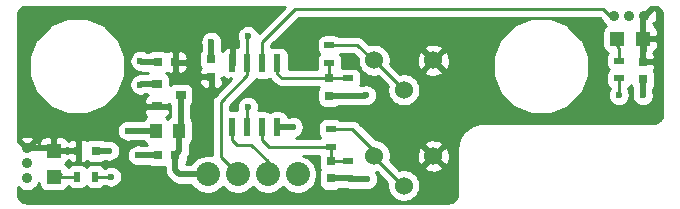
<source format=gbr>
G04 #@! TF.GenerationSoftware,KiCad,Pcbnew,(5.1.5)-3*
G04 #@! TF.CreationDate,2020-05-08T15:22:29-04:00*
G04 #@! TF.ProjectId,MZBOT_XY-Endstop,4d5a424f-545f-4585-992d-456e6473746f,A*
G04 #@! TF.SameCoordinates,Original*
G04 #@! TF.FileFunction,Copper,L1,Top*
G04 #@! TF.FilePolarity,Positive*
%FSLAX46Y46*%
G04 Gerber Fmt 4.6, Leading zero omitted, Abs format (unit mm)*
G04 Created by KiCad (PCBNEW (5.1.5)-3) date 2020-05-08 15:22:29*
%MOMM*%
%LPD*%
G04 APERTURE LIST*
%ADD10C,0.900000*%
%ADD11C,1.524000*%
%ADD12R,0.800000X0.750000*%
%ADD13C,2.032000*%
%ADD14R,0.500000X0.900000*%
%ADD15R,0.750000X0.800000*%
%ADD16R,0.900000X0.500000*%
%ADD17R,0.600000X1.550000*%
%ADD18R,0.900000X0.800000*%
%ADD19R,1.000000X1.250000*%
%ADD20R,1.200000X1.200000*%
%ADD21C,0.600000*%
%ADD22C,0.508000*%
%ADD23C,0.254000*%
%ADD24C,0.250000*%
G04 APERTURE END LIST*
D10*
X123500000Y-106980000D03*
X123500000Y-105710000D03*
X123500000Y-108250000D03*
D11*
X155400000Y-108850000D03*
X152900000Y-106350000D03*
X157900000Y-106350000D03*
D12*
X129322200Y-105905800D03*
X127822200Y-105905800D03*
D13*
X146410000Y-107900000D03*
X143870000Y-107900000D03*
X141330000Y-107900000D03*
X138790000Y-107900000D03*
D14*
X127758000Y-108090200D03*
X129258000Y-108090200D03*
D15*
X149200000Y-108250000D03*
X149200000Y-106750000D03*
X149100000Y-101250000D03*
X149100000Y-99750000D03*
D12*
X134550000Y-106300000D03*
X136050000Y-106300000D03*
X134550000Y-98400000D03*
X136050000Y-98400000D03*
D16*
X149200000Y-105550000D03*
X149200000Y-104050000D03*
X150700000Y-106750000D03*
X150700000Y-108250000D03*
X149100000Y-98450000D03*
X149100000Y-96950000D03*
X150700000Y-99750000D03*
X150700000Y-101250000D03*
X173618400Y-98272400D03*
X173618400Y-99772400D03*
D10*
X174500000Y-94500000D03*
X175770000Y-94500000D03*
X173230000Y-94500000D03*
D17*
X140895000Y-103900000D03*
X142165000Y-103900000D03*
X143435000Y-103900000D03*
X144705000Y-103900000D03*
X144705000Y-98500000D03*
X143435000Y-98500000D03*
X142165000Y-98500000D03*
X140895000Y-98500000D03*
D18*
X134500000Y-100250000D03*
X134500000Y-102150000D03*
X136500000Y-101200000D03*
D15*
X175650400Y-99874000D03*
X175650400Y-98374000D03*
X139100000Y-99650000D03*
X139100000Y-98150000D03*
D19*
X136400000Y-104200000D03*
X134400000Y-104200000D03*
D20*
X125750000Y-105900000D03*
X125750000Y-108100000D03*
X175658200Y-96431600D03*
X173458200Y-96431600D03*
D11*
X155400000Y-100750000D03*
X152900000Y-98250000D03*
X157900000Y-98250000D03*
D21*
X132050000Y-104200000D03*
X139100000Y-96700000D03*
X132900000Y-106300000D03*
X133100000Y-98300000D03*
X133100000Y-100300000D03*
X152300000Y-108300000D03*
X146000000Y-103900000D03*
X152200000Y-101200000D03*
X175641000Y-101219000D03*
X130462000Y-105892000D03*
X142200000Y-96200000D03*
X173600000Y-101200000D03*
X130600000Y-108100000D03*
X142200000Y-102200000D03*
D22*
X134400000Y-104200000D02*
X132050000Y-104200000D01*
X139100000Y-98150000D02*
X139100000Y-96700000D01*
X134550000Y-106300000D02*
X132900000Y-106300000D01*
X134550000Y-98400000D02*
X133200000Y-98400000D01*
X133200000Y-98400000D02*
X133100000Y-98300000D01*
X134500000Y-100250000D02*
X133150000Y-100250000D01*
X133150000Y-100250000D02*
X133100000Y-100300000D01*
X149200000Y-108250000D02*
X150700000Y-108250000D01*
X150700000Y-108250000D02*
X150750000Y-108300000D01*
X150750000Y-108300000D02*
X152300000Y-108300000D01*
X144705000Y-103900000D02*
X146000000Y-103900000D01*
X150700000Y-101250000D02*
X152150000Y-101250000D01*
X152150000Y-101250000D02*
X152200000Y-101200000D01*
X149100000Y-101250000D02*
X150700000Y-101250000D01*
X175650400Y-99874000D02*
X175650400Y-101209600D01*
X175650400Y-101209600D02*
X175641000Y-101219000D01*
X129322200Y-105905800D02*
X130448200Y-105905800D01*
X130448200Y-105905800D02*
X130462000Y-105892000D01*
D23*
X149200000Y-105550000D02*
X149200000Y-106750000D01*
X149200000Y-106750000D02*
X150700000Y-106750000D01*
X149200000Y-105550000D02*
X143950000Y-105550000D01*
X143435000Y-105035000D02*
X143435000Y-103900000D01*
X143950000Y-105550000D02*
X143435000Y-105035000D01*
X149100000Y-99750000D02*
X150700000Y-99750000D01*
X149100000Y-99750000D02*
X149100000Y-98450000D01*
X144705000Y-98500000D02*
X144705000Y-99405000D01*
X145050000Y-99750000D02*
X149100000Y-99750000D01*
X144705000Y-99405000D02*
X145050000Y-99750000D01*
D22*
X138790000Y-107900000D02*
X136400000Y-107900000D01*
X136050000Y-107550000D02*
X136050000Y-106300000D01*
X136400000Y-107900000D02*
X136050000Y-107550000D01*
X136050000Y-106300000D02*
X136400000Y-105950000D01*
X136400000Y-105950000D02*
X136400000Y-104200000D01*
X136400000Y-104200000D02*
X136500000Y-104100000D01*
X136500000Y-104100000D02*
X136500000Y-101200000D01*
X123500000Y-105710000D02*
X125560000Y-105710000D01*
X125750000Y-105900000D02*
X127816400Y-105900000D01*
X125560000Y-105710000D02*
X125750000Y-105900000D01*
X125560000Y-105710000D02*
X125750000Y-105900000D01*
X127816400Y-105900000D02*
X127822200Y-105905800D01*
X175658200Y-96431600D02*
X175658200Y-94611800D01*
X175658200Y-94611800D02*
X175770000Y-94500000D01*
X175658200Y-96431600D02*
X175658200Y-98366200D01*
X175658200Y-98366200D02*
X175650400Y-98374000D01*
D23*
X142165000Y-98500000D02*
X142165000Y-99535000D01*
X139900000Y-106470000D02*
X141330000Y-107900000D01*
X139900000Y-101800000D02*
X139900000Y-106470000D01*
X142165000Y-99535000D02*
X139900000Y-101800000D01*
X173618400Y-99772400D02*
X173618400Y-101181600D01*
X142165000Y-96235000D02*
X142165000Y-98500000D01*
X142200000Y-96200000D02*
X142165000Y-96235000D01*
X173618400Y-101181600D02*
X173600000Y-101200000D01*
X129258000Y-108090200D02*
X130590200Y-108090200D01*
X130590200Y-108090200D02*
X130600000Y-108100000D01*
X140895000Y-103900000D02*
X140895000Y-104995000D01*
X143870000Y-106770000D02*
X143870000Y-107900000D01*
X142500000Y-105400000D02*
X143870000Y-106770000D01*
X141300000Y-105400000D02*
X142500000Y-105400000D01*
X140895000Y-104995000D02*
X141300000Y-105400000D01*
X142165000Y-102235000D02*
X142165000Y-103900000D01*
X142200000Y-102200000D02*
X142165000Y-102235000D01*
X173230000Y-94500000D02*
X172900000Y-94500000D01*
X172900000Y-94500000D02*
X172300000Y-93900000D01*
X143435000Y-96665000D02*
X143435000Y-98500000D01*
X146200000Y-93900000D02*
X143435000Y-96665000D01*
X172300000Y-93900000D02*
X146200000Y-93900000D01*
X125750000Y-108100000D02*
X127748200Y-108100000D01*
D24*
X126225000Y-107900000D02*
X126350000Y-107900000D01*
D23*
X127650000Y-108100000D02*
X127750000Y-108000000D01*
X127748200Y-108100000D02*
X127758000Y-108090200D01*
X173458200Y-96431600D02*
X173458200Y-97033400D01*
X173618400Y-97193600D02*
X173618400Y-98272400D01*
X173458200Y-97033400D02*
X173618400Y-97193600D01*
X152900000Y-106350000D02*
X152900000Y-105900000D01*
X152900000Y-105900000D02*
X151050000Y-104050000D01*
X151050000Y-104050000D02*
X149200000Y-104050000D01*
X155300000Y-108850000D02*
X152800000Y-106350000D01*
X152800000Y-106350000D02*
X152800000Y-106000000D01*
X155400000Y-100750000D02*
X152900000Y-98250000D01*
X152900000Y-98250000D02*
X152750000Y-98250000D01*
X152750000Y-98250000D02*
X151450000Y-96950000D01*
X151450000Y-96950000D02*
X149100000Y-96950000D01*
G36*
X143097905Y-95924464D02*
G01*
X143028586Y-95757111D01*
X142926262Y-95603972D01*
X142796028Y-95473738D01*
X142642889Y-95371414D01*
X142472729Y-95300932D01*
X142292089Y-95265000D01*
X142107911Y-95265000D01*
X141927271Y-95300932D01*
X141757111Y-95371414D01*
X141603972Y-95473738D01*
X141473738Y-95603972D01*
X141371414Y-95757111D01*
X141300932Y-95927271D01*
X141265000Y-96107911D01*
X141265000Y-96292089D01*
X141300932Y-96472729D01*
X141371414Y-96642889D01*
X141403000Y-96690161D01*
X141403000Y-97124523D01*
X141319482Y-97099188D01*
X141195000Y-97086928D01*
X141180750Y-97090000D01*
X141022000Y-97248750D01*
X141022000Y-98373000D01*
X141042000Y-98373000D01*
X141042000Y-98627000D01*
X141022000Y-98627000D01*
X141022000Y-98647000D01*
X140768000Y-98647000D01*
X140768000Y-98627000D01*
X140748000Y-98627000D01*
X140748000Y-98373000D01*
X140768000Y-98373000D01*
X140768000Y-97248750D01*
X140609250Y-97090000D01*
X140595000Y-97086928D01*
X140470518Y-97099188D01*
X140350820Y-97135498D01*
X140240506Y-97194463D01*
X140143815Y-97273815D01*
X140064463Y-97370506D01*
X140028319Y-97438127D01*
X140005537Y-97395506D01*
X139989000Y-97375356D01*
X139989000Y-96997036D01*
X139999068Y-96972729D01*
X140035000Y-96792089D01*
X140035000Y-96607911D01*
X139999068Y-96427271D01*
X139928586Y-96257111D01*
X139826262Y-96103972D01*
X139696028Y-95973738D01*
X139542889Y-95871414D01*
X139372729Y-95800932D01*
X139192089Y-95765000D01*
X139007911Y-95765000D01*
X138827271Y-95800932D01*
X138657111Y-95871414D01*
X138503972Y-95973738D01*
X138373738Y-96103972D01*
X138271414Y-96257111D01*
X138200932Y-96427271D01*
X138165000Y-96607911D01*
X138165000Y-96792089D01*
X138200932Y-96972729D01*
X138211001Y-96997037D01*
X138211001Y-97375355D01*
X138194463Y-97395506D01*
X138135498Y-97505820D01*
X138099188Y-97625518D01*
X138086928Y-97750000D01*
X138086928Y-98550000D01*
X138099188Y-98674482D01*
X138135498Y-98794180D01*
X138192061Y-98900000D01*
X138135498Y-99005820D01*
X138099188Y-99125518D01*
X138086928Y-99250000D01*
X138090000Y-99364250D01*
X138248750Y-99523000D01*
X138973000Y-99523000D01*
X138973000Y-99503000D01*
X139227000Y-99503000D01*
X139227000Y-99523000D01*
X139247000Y-99523000D01*
X139247000Y-99777000D01*
X139227000Y-99777000D01*
X139227000Y-100526250D01*
X139385750Y-100685000D01*
X139475000Y-100688072D01*
X139599482Y-100675812D01*
X139719180Y-100639502D01*
X139829494Y-100580537D01*
X139926185Y-100501185D01*
X140005537Y-100404494D01*
X140064502Y-100294180D01*
X140100812Y-100174482D01*
X140113072Y-100050000D01*
X140110000Y-99935750D01*
X139951252Y-99777002D01*
X140110000Y-99777002D01*
X140110000Y-99684981D01*
X140143815Y-99726185D01*
X140240506Y-99805537D01*
X140350820Y-99864502D01*
X140470518Y-99900812D01*
X140595000Y-99913072D01*
X140609250Y-99910000D01*
X140767998Y-99751252D01*
X140767998Y-99854372D01*
X139387654Y-101234716D01*
X139358578Y-101258578D01*
X139315484Y-101311089D01*
X139263355Y-101374608D01*
X139253378Y-101393274D01*
X139192598Y-101506986D01*
X139149026Y-101650623D01*
X139138538Y-101757111D01*
X139134314Y-101800000D01*
X139138000Y-101837423D01*
X139138001Y-106285877D01*
X138952609Y-106249000D01*
X138627391Y-106249000D01*
X138308421Y-106312447D01*
X138007958Y-106436903D01*
X137737549Y-106617585D01*
X137507585Y-106847549D01*
X137398370Y-107011000D01*
X136990422Y-107011000D01*
X137039502Y-106919180D01*
X137075812Y-106799482D01*
X137088072Y-106675000D01*
X137088072Y-106512920D01*
X137142753Y-106446291D01*
X137225303Y-106291851D01*
X137268037Y-106150973D01*
X137276136Y-106124275D01*
X137280489Y-106080074D01*
X137289000Y-105993667D01*
X137289000Y-105993660D01*
X137293300Y-105950000D01*
X137289000Y-105906340D01*
X137289000Y-105327219D01*
X137351185Y-105276185D01*
X137430537Y-105179494D01*
X137489502Y-105069180D01*
X137525812Y-104949482D01*
X137538072Y-104825000D01*
X137538072Y-103575000D01*
X137525812Y-103450518D01*
X137489502Y-103330820D01*
X137430537Y-103220506D01*
X137389000Y-103169893D01*
X137389000Y-102061185D01*
X137401185Y-102051185D01*
X137480537Y-101954494D01*
X137539502Y-101844180D01*
X137575812Y-101724482D01*
X137588072Y-101600000D01*
X137588072Y-100800000D01*
X137575812Y-100675518D01*
X137539502Y-100555820D01*
X137480537Y-100445506D01*
X137401185Y-100348815D01*
X137304494Y-100269463D01*
X137194180Y-100210498D01*
X137074482Y-100174188D01*
X136950000Y-100161928D01*
X136050000Y-100161928D01*
X135925518Y-100174188D01*
X135805820Y-100210498D01*
X135695506Y-100269463D01*
X135598815Y-100348815D01*
X135588072Y-100361905D01*
X135588072Y-100050000D01*
X138086928Y-100050000D01*
X138099188Y-100174482D01*
X138135498Y-100294180D01*
X138194463Y-100404494D01*
X138273815Y-100501185D01*
X138370506Y-100580537D01*
X138480820Y-100639502D01*
X138600518Y-100675812D01*
X138725000Y-100688072D01*
X138814250Y-100685000D01*
X138973000Y-100526250D01*
X138973000Y-99777000D01*
X138248750Y-99777000D01*
X138090000Y-99935750D01*
X138086928Y-100050000D01*
X135588072Y-100050000D01*
X135588072Y-99850000D01*
X135575812Y-99725518D01*
X135539502Y-99605820D01*
X135480537Y-99495506D01*
X135401185Y-99398815D01*
X135304494Y-99319463D01*
X135291467Y-99312500D01*
X135300000Y-99307939D01*
X135405820Y-99364502D01*
X135525518Y-99400812D01*
X135650000Y-99413072D01*
X135764250Y-99410000D01*
X135923000Y-99251250D01*
X135923000Y-98527000D01*
X136177000Y-98527000D01*
X136177000Y-99251250D01*
X136335750Y-99410000D01*
X136450000Y-99413072D01*
X136574482Y-99400812D01*
X136694180Y-99364502D01*
X136804494Y-99305537D01*
X136901185Y-99226185D01*
X136980537Y-99129494D01*
X137039502Y-99019180D01*
X137075812Y-98899482D01*
X137088072Y-98775000D01*
X137085000Y-98685750D01*
X136926250Y-98527000D01*
X136177000Y-98527000D01*
X135923000Y-98527000D01*
X135903000Y-98527000D01*
X135903000Y-98273000D01*
X135923000Y-98273000D01*
X135923000Y-97548750D01*
X136177000Y-97548750D01*
X136177000Y-98273000D01*
X136926250Y-98273000D01*
X137085000Y-98114250D01*
X137088072Y-98025000D01*
X137075812Y-97900518D01*
X137039502Y-97780820D01*
X136980537Y-97670506D01*
X136901185Y-97573815D01*
X136804494Y-97494463D01*
X136694180Y-97435498D01*
X136574482Y-97399188D01*
X136450000Y-97386928D01*
X136335750Y-97390000D01*
X136177000Y-97548750D01*
X135923000Y-97548750D01*
X135764250Y-97390000D01*
X135650000Y-97386928D01*
X135525518Y-97399188D01*
X135405820Y-97435498D01*
X135300000Y-97492061D01*
X135194180Y-97435498D01*
X135074482Y-97399188D01*
X134950000Y-97386928D01*
X134150000Y-97386928D01*
X134025518Y-97399188D01*
X133905820Y-97435498D01*
X133795506Y-97494463D01*
X133775356Y-97511000D01*
X133602134Y-97511000D01*
X133542889Y-97471414D01*
X133372729Y-97400932D01*
X133192089Y-97365000D01*
X133007911Y-97365000D01*
X132827271Y-97400932D01*
X132657111Y-97471414D01*
X132503972Y-97573738D01*
X132373738Y-97703972D01*
X132271414Y-97857111D01*
X132200932Y-98027271D01*
X132165000Y-98207911D01*
X132165000Y-98392089D01*
X132200932Y-98572729D01*
X132271414Y-98742889D01*
X132373738Y-98896028D01*
X132503972Y-99026262D01*
X132657111Y-99128586D01*
X132746388Y-99165565D01*
X132858149Y-99225303D01*
X132958752Y-99255820D01*
X133025725Y-99276136D01*
X133044073Y-99277943D01*
X133156333Y-99289000D01*
X133156339Y-99289000D01*
X133199999Y-99293300D01*
X133243659Y-99289000D01*
X133752497Y-99289000D01*
X133695506Y-99319463D01*
X133644893Y-99361000D01*
X133193660Y-99361000D01*
X133150000Y-99356700D01*
X133106340Y-99361000D01*
X133106333Y-99361000D01*
X133065721Y-99365000D01*
X133007911Y-99365000D01*
X132827271Y-99400932D01*
X132657111Y-99471414D01*
X132503972Y-99573738D01*
X132373738Y-99703972D01*
X132271414Y-99857111D01*
X132200932Y-100027271D01*
X132165000Y-100207911D01*
X132165000Y-100392089D01*
X132200932Y-100572729D01*
X132271414Y-100742889D01*
X132373738Y-100896028D01*
X132503972Y-101026262D01*
X132657111Y-101128586D01*
X132827271Y-101199068D01*
X133007911Y-101235000D01*
X133192089Y-101235000D01*
X133372729Y-101199068D01*
X133517747Y-101139000D01*
X133644893Y-101139000D01*
X133695506Y-101180537D01*
X133731918Y-101200000D01*
X133695506Y-101219463D01*
X133598815Y-101298815D01*
X133519463Y-101395506D01*
X133460498Y-101505820D01*
X133424188Y-101625518D01*
X133411928Y-101750000D01*
X133415000Y-101864250D01*
X133573750Y-102023000D01*
X134373000Y-102023000D01*
X134373000Y-102003000D01*
X134627000Y-102003000D01*
X134627000Y-102023000D01*
X135426250Y-102023000D01*
X135510857Y-101938393D01*
X135519463Y-101954494D01*
X135598815Y-102051185D01*
X135611001Y-102061186D01*
X135611000Y-103009455D01*
X135545506Y-103044463D01*
X135448815Y-103123815D01*
X135400000Y-103183296D01*
X135351185Y-103123815D01*
X135300834Y-103082493D01*
X135304494Y-103080537D01*
X135401185Y-103001185D01*
X135480537Y-102904494D01*
X135539502Y-102794180D01*
X135575812Y-102674482D01*
X135588072Y-102550000D01*
X135585000Y-102435750D01*
X135426250Y-102277000D01*
X134627000Y-102277000D01*
X134627000Y-102297000D01*
X134373000Y-102297000D01*
X134373000Y-102277000D01*
X133573750Y-102277000D01*
X133415000Y-102435750D01*
X133411928Y-102550000D01*
X133424188Y-102674482D01*
X133460498Y-102794180D01*
X133519463Y-102904494D01*
X133598815Y-103001185D01*
X133609724Y-103010137D01*
X133545506Y-103044463D01*
X133448815Y-103123815D01*
X133369463Y-103220506D01*
X133321092Y-103311000D01*
X132347036Y-103311000D01*
X132322729Y-103300932D01*
X132142089Y-103265000D01*
X131957911Y-103265000D01*
X131777271Y-103300932D01*
X131607111Y-103371414D01*
X131453972Y-103473738D01*
X131323738Y-103603972D01*
X131221414Y-103757111D01*
X131150932Y-103927271D01*
X131115000Y-104107911D01*
X131115000Y-104292089D01*
X131150932Y-104472729D01*
X131221414Y-104642889D01*
X131323738Y-104796028D01*
X131453972Y-104926262D01*
X131607111Y-105028586D01*
X131777271Y-105099068D01*
X131957911Y-105135000D01*
X132142089Y-105135000D01*
X132322729Y-105099068D01*
X132347036Y-105089000D01*
X133321092Y-105089000D01*
X133369463Y-105179494D01*
X133448815Y-105276185D01*
X133545506Y-105355537D01*
X133649268Y-105411000D01*
X133197036Y-105411000D01*
X133172729Y-105400932D01*
X132992089Y-105365000D01*
X132807911Y-105365000D01*
X132627271Y-105400932D01*
X132457111Y-105471414D01*
X132303972Y-105573738D01*
X132173738Y-105703972D01*
X132071414Y-105857111D01*
X132000932Y-106027271D01*
X131965000Y-106207911D01*
X131965000Y-106392089D01*
X132000932Y-106572729D01*
X132071414Y-106742889D01*
X132173738Y-106896028D01*
X132303972Y-107026262D01*
X132457111Y-107128586D01*
X132627271Y-107199068D01*
X132807911Y-107235000D01*
X132992089Y-107235000D01*
X133172729Y-107199068D01*
X133197036Y-107189000D01*
X133775356Y-107189000D01*
X133795506Y-107205537D01*
X133905820Y-107264502D01*
X134025518Y-107300812D01*
X134150000Y-107313072D01*
X134950000Y-107313072D01*
X135074482Y-107300812D01*
X135161000Y-107274567D01*
X135161000Y-107506339D01*
X135156700Y-107550000D01*
X135161000Y-107593660D01*
X135161000Y-107593666D01*
X135166106Y-107645506D01*
X135173864Y-107724274D01*
X135186182Y-107764880D01*
X135224697Y-107891850D01*
X135307247Y-108046290D01*
X135418341Y-108181659D01*
X135452264Y-108209499D01*
X135740501Y-108497736D01*
X135768341Y-108531659D01*
X135903709Y-108642753D01*
X136058149Y-108725303D01*
X136152758Y-108754002D01*
X136225725Y-108776136D01*
X136242325Y-108777771D01*
X136356333Y-108789000D01*
X136356340Y-108789000D01*
X136400000Y-108793300D01*
X136443660Y-108789000D01*
X137398370Y-108789000D01*
X137507585Y-108952451D01*
X137737549Y-109182415D01*
X138007958Y-109363097D01*
X138308421Y-109487553D01*
X138627391Y-109551000D01*
X138952609Y-109551000D01*
X139271579Y-109487553D01*
X139572042Y-109363097D01*
X139842451Y-109182415D01*
X140060000Y-108964866D01*
X140277549Y-109182415D01*
X140547958Y-109363097D01*
X140848421Y-109487553D01*
X141167391Y-109551000D01*
X141492609Y-109551000D01*
X141811579Y-109487553D01*
X142112042Y-109363097D01*
X142382451Y-109182415D01*
X142600000Y-108964866D01*
X142817549Y-109182415D01*
X143087958Y-109363097D01*
X143388421Y-109487553D01*
X143707391Y-109551000D01*
X144032609Y-109551000D01*
X144351579Y-109487553D01*
X144652042Y-109363097D01*
X144922451Y-109182415D01*
X145140000Y-108964866D01*
X145357549Y-109182415D01*
X145627958Y-109363097D01*
X145928421Y-109487553D01*
X146247391Y-109551000D01*
X146572609Y-109551000D01*
X146891579Y-109487553D01*
X147192042Y-109363097D01*
X147462451Y-109182415D01*
X147692415Y-108952451D01*
X147873097Y-108682042D01*
X147997553Y-108381579D01*
X148061000Y-108062609D01*
X148061000Y-107737391D01*
X147997553Y-107418421D01*
X147873097Y-107117958D01*
X147692415Y-106847549D01*
X147462451Y-106617585D01*
X147192042Y-106436903D01*
X146891579Y-106312447D01*
X146889332Y-106312000D01*
X148190671Y-106312000D01*
X148186928Y-106350000D01*
X148186928Y-107150000D01*
X148199188Y-107274482D01*
X148235498Y-107394180D01*
X148292061Y-107500000D01*
X148235498Y-107605820D01*
X148199188Y-107725518D01*
X148186928Y-107850000D01*
X148186928Y-108650000D01*
X148199188Y-108774482D01*
X148235498Y-108894180D01*
X148294463Y-109004494D01*
X148373815Y-109101185D01*
X148470506Y-109180537D01*
X148580820Y-109239502D01*
X148700518Y-109275812D01*
X148825000Y-109288072D01*
X149575000Y-109288072D01*
X149699482Y-109275812D01*
X149819180Y-109239502D01*
X149929494Y-109180537D01*
X149980107Y-109139000D01*
X150453303Y-109139000D01*
X150575726Y-109176136D01*
X150706333Y-109189000D01*
X150706340Y-109189000D01*
X150750000Y-109193300D01*
X150793660Y-109189000D01*
X152002964Y-109189000D01*
X152027271Y-109199068D01*
X152207911Y-109235000D01*
X152392089Y-109235000D01*
X152572729Y-109199068D01*
X152742889Y-109128586D01*
X152896028Y-109026262D01*
X153026262Y-108896028D01*
X153128586Y-108742889D01*
X153199068Y-108572729D01*
X153235000Y-108392089D01*
X153235000Y-108207911D01*
X153199068Y-108027271D01*
X153128586Y-107857111D01*
X153052969Y-107743941D01*
X153105802Y-107733432D01*
X154016568Y-108644198D01*
X154003000Y-108712408D01*
X154003000Y-108987592D01*
X154056686Y-109257490D01*
X154161995Y-109511727D01*
X154314880Y-109740535D01*
X154509465Y-109935120D01*
X154738273Y-110088005D01*
X154992510Y-110193314D01*
X155262408Y-110247000D01*
X155537592Y-110247000D01*
X155807490Y-110193314D01*
X156061727Y-110088005D01*
X156290535Y-109935120D01*
X156485120Y-109740535D01*
X156638005Y-109511727D01*
X156743314Y-109257490D01*
X156797000Y-108987592D01*
X156797000Y-108712408D01*
X156743314Y-108442510D01*
X156638005Y-108188273D01*
X156485120Y-107959465D01*
X156290535Y-107764880D01*
X156061727Y-107611995D01*
X155807490Y-107506686D01*
X155537592Y-107453000D01*
X155262408Y-107453000D01*
X155027381Y-107499750D01*
X154843196Y-107315565D01*
X157114040Y-107315565D01*
X157181020Y-107555656D01*
X157430048Y-107672756D01*
X157697135Y-107739023D01*
X157972017Y-107751910D01*
X158244133Y-107710922D01*
X158503023Y-107617636D01*
X158618980Y-107555656D01*
X158685960Y-107315565D01*
X157900000Y-106529605D01*
X157114040Y-107315565D01*
X154843196Y-107315565D01*
X154250250Y-106722620D01*
X154297000Y-106487592D01*
X154297000Y-106422017D01*
X156498090Y-106422017D01*
X156539078Y-106694133D01*
X156632364Y-106953023D01*
X156694344Y-107068980D01*
X156934435Y-107135960D01*
X157720395Y-106350000D01*
X158079605Y-106350000D01*
X158865565Y-107135960D01*
X159105656Y-107068980D01*
X159222756Y-106819952D01*
X159289023Y-106552865D01*
X159301910Y-106277983D01*
X159260922Y-106005867D01*
X159167636Y-105746977D01*
X159105656Y-105631020D01*
X158865565Y-105564040D01*
X158079605Y-106350000D01*
X157720395Y-106350000D01*
X156934435Y-105564040D01*
X156694344Y-105631020D01*
X156577244Y-105880048D01*
X156510977Y-106147135D01*
X156498090Y-106422017D01*
X154297000Y-106422017D01*
X154297000Y-106212408D01*
X154243314Y-105942510D01*
X154138005Y-105688273D01*
X153985120Y-105459465D01*
X153910090Y-105384435D01*
X157114040Y-105384435D01*
X157900000Y-106170395D01*
X158685960Y-105384435D01*
X158618980Y-105144344D01*
X158369952Y-105027244D01*
X158102865Y-104960977D01*
X157827983Y-104948090D01*
X157555867Y-104989078D01*
X157296977Y-105082364D01*
X157181020Y-105144344D01*
X157114040Y-105384435D01*
X153910090Y-105384435D01*
X153790535Y-105264880D01*
X153561727Y-105111995D01*
X153307490Y-105006686D01*
X153037592Y-104953000D01*
X153030631Y-104953000D01*
X151615284Y-103537654D01*
X151591422Y-103508578D01*
X151475392Y-103413355D01*
X151343015Y-103342598D01*
X151199378Y-103299026D01*
X151087426Y-103288000D01*
X151087423Y-103288000D01*
X151050000Y-103284314D01*
X151012577Y-103288000D01*
X150027081Y-103288000D01*
X150004494Y-103269463D01*
X149894180Y-103210498D01*
X149774482Y-103174188D01*
X149650000Y-103161928D01*
X148750000Y-103161928D01*
X148625518Y-103174188D01*
X148505820Y-103210498D01*
X148395506Y-103269463D01*
X148298815Y-103348815D01*
X148219463Y-103445506D01*
X148160498Y-103555820D01*
X148124188Y-103675518D01*
X148111928Y-103800000D01*
X148111928Y-104300000D01*
X148124188Y-104424482D01*
X148160498Y-104544180D01*
X148219463Y-104654494D01*
X148298815Y-104751185D01*
X148343674Y-104788000D01*
X146299450Y-104788000D01*
X146442889Y-104728586D01*
X146596028Y-104626262D01*
X146726262Y-104496028D01*
X146828586Y-104342889D01*
X146899068Y-104172729D01*
X146935000Y-103992089D01*
X146935000Y-103807911D01*
X146899068Y-103627271D01*
X146828586Y-103457111D01*
X146726262Y-103303972D01*
X146596028Y-103173738D01*
X146442889Y-103071414D01*
X146272729Y-103000932D01*
X146092089Y-102965000D01*
X145907911Y-102965000D01*
X145727271Y-103000932D01*
X145702964Y-103011000D01*
X145631844Y-103011000D01*
X145630812Y-103000518D01*
X145594502Y-102880820D01*
X145535537Y-102770506D01*
X145456185Y-102673815D01*
X145359494Y-102594463D01*
X145249180Y-102535498D01*
X145129482Y-102499188D01*
X145005000Y-102486928D01*
X144405000Y-102486928D01*
X144280518Y-102499188D01*
X144160820Y-102535498D01*
X144070000Y-102584043D01*
X143979180Y-102535498D01*
X143859482Y-102499188D01*
X143735000Y-102486928D01*
X143135000Y-102486928D01*
X143091408Y-102491221D01*
X143099068Y-102472729D01*
X143135000Y-102292089D01*
X143135000Y-102107911D01*
X143099068Y-101927271D01*
X143028586Y-101757111D01*
X142926262Y-101603972D01*
X142796028Y-101473738D01*
X142642889Y-101371414D01*
X142472729Y-101300932D01*
X142292089Y-101265000D01*
X142107911Y-101265000D01*
X141927271Y-101300932D01*
X141757111Y-101371414D01*
X141603972Y-101473738D01*
X141473738Y-101603972D01*
X141371414Y-101757111D01*
X141300932Y-101927271D01*
X141265000Y-102107911D01*
X141265000Y-102292089D01*
X141300932Y-102472729D01*
X141311569Y-102498409D01*
X141195000Y-102486928D01*
X140662000Y-102486928D01*
X140662000Y-102115630D01*
X142677346Y-100100284D01*
X142706422Y-100076422D01*
X142769140Y-100000000D01*
X142801645Y-99960393D01*
X142852899Y-99864502D01*
X142861326Y-99848737D01*
X142890820Y-99864502D01*
X143010518Y-99900812D01*
X143135000Y-99913072D01*
X143735000Y-99913072D01*
X143859482Y-99900812D01*
X143979180Y-99864502D01*
X144062719Y-99819849D01*
X144068355Y-99830392D01*
X144096349Y-99864502D01*
X144163579Y-99946422D01*
X144192650Y-99970280D01*
X144484712Y-100262341D01*
X144508578Y-100291422D01*
X144624608Y-100386645D01*
X144756985Y-100457402D01*
X144900622Y-100500974D01*
X145012574Y-100512000D01*
X145012577Y-100512000D01*
X145050000Y-100515686D01*
X145087423Y-100512000D01*
X148185647Y-100512000D01*
X148135498Y-100605820D01*
X148099188Y-100725518D01*
X148086928Y-100850000D01*
X148086928Y-101650000D01*
X148099188Y-101774482D01*
X148135498Y-101894180D01*
X148194463Y-102004494D01*
X148273815Y-102101185D01*
X148370506Y-102180537D01*
X148480820Y-102239502D01*
X148600518Y-102275812D01*
X148725000Y-102288072D01*
X149475000Y-102288072D01*
X149599482Y-102275812D01*
X149719180Y-102239502D01*
X149829494Y-102180537D01*
X149880107Y-102139000D01*
X152106340Y-102139000D01*
X152150000Y-102143300D01*
X152193660Y-102139000D01*
X152193667Y-102139000D01*
X152234279Y-102135000D01*
X152292089Y-102135000D01*
X152472729Y-102099068D01*
X152642889Y-102028586D01*
X152796028Y-101926262D01*
X152926262Y-101796028D01*
X153028586Y-101642889D01*
X153099068Y-101472729D01*
X153135000Y-101292089D01*
X153135000Y-101107911D01*
X153099068Y-100927271D01*
X153028586Y-100757111D01*
X152926262Y-100603972D01*
X152796028Y-100473738D01*
X152642889Y-100371414D01*
X152472729Y-100300932D01*
X152292089Y-100265000D01*
X152107911Y-100265000D01*
X151927271Y-100300932D01*
X151782253Y-100361000D01*
X151675198Y-100361000D01*
X151680537Y-100354494D01*
X151739502Y-100244180D01*
X151775812Y-100124482D01*
X151788072Y-100000000D01*
X151788072Y-99500000D01*
X151775812Y-99375518D01*
X151739502Y-99255820D01*
X151680537Y-99145506D01*
X151601185Y-99048815D01*
X151504494Y-98969463D01*
X151394180Y-98910498D01*
X151274482Y-98874188D01*
X151150000Y-98861928D01*
X150250000Y-98861928D01*
X150161818Y-98870613D01*
X150175812Y-98824482D01*
X150188072Y-98700000D01*
X150188072Y-98200000D01*
X150175812Y-98075518D01*
X150139502Y-97955820D01*
X150080537Y-97845506D01*
X150001185Y-97748815D01*
X149956326Y-97712000D01*
X151134370Y-97712000D01*
X151508272Y-98085902D01*
X151503000Y-98112408D01*
X151503000Y-98387592D01*
X151556686Y-98657490D01*
X151661995Y-98911727D01*
X151814880Y-99140535D01*
X152009465Y-99335120D01*
X152238273Y-99488005D01*
X152492510Y-99593314D01*
X152762408Y-99647000D01*
X153037592Y-99647000D01*
X153189211Y-99616841D01*
X154033159Y-100460789D01*
X154003000Y-100612408D01*
X154003000Y-100887592D01*
X154056686Y-101157490D01*
X154161995Y-101411727D01*
X154314880Y-101640535D01*
X154509465Y-101835120D01*
X154738273Y-101988005D01*
X154992510Y-102093314D01*
X155262408Y-102147000D01*
X155537592Y-102147000D01*
X155807490Y-102093314D01*
X156061727Y-101988005D01*
X156290535Y-101835120D01*
X156485120Y-101640535D01*
X156638005Y-101411727D01*
X156743314Y-101157490D01*
X156797000Y-100887592D01*
X156797000Y-100612408D01*
X156743314Y-100342510D01*
X156638005Y-100088273D01*
X156485120Y-99859465D01*
X156290535Y-99664880D01*
X156061727Y-99511995D01*
X155807490Y-99406686D01*
X155537592Y-99353000D01*
X155262408Y-99353000D01*
X155110789Y-99383159D01*
X154943195Y-99215565D01*
X157114040Y-99215565D01*
X157181020Y-99455656D01*
X157430048Y-99572756D01*
X157697135Y-99639023D01*
X157972017Y-99651910D01*
X158244133Y-99610922D01*
X158503023Y-99517636D01*
X158618980Y-99455656D01*
X158685960Y-99215565D01*
X157900000Y-98429605D01*
X157114040Y-99215565D01*
X154943195Y-99215565D01*
X154266841Y-98539211D01*
X154297000Y-98387592D01*
X154297000Y-98322017D01*
X156498090Y-98322017D01*
X156539078Y-98594133D01*
X156632364Y-98853023D01*
X156694344Y-98968980D01*
X156934435Y-99035960D01*
X157720395Y-98250000D01*
X158079605Y-98250000D01*
X158865565Y-99035960D01*
X159105656Y-98968980D01*
X159222756Y-98719952D01*
X159289023Y-98452865D01*
X159301910Y-98177983D01*
X159269104Y-97960180D01*
X162923220Y-97960180D01*
X162923220Y-99532440D01*
X162925626Y-99557043D01*
X162932820Y-99580878D01*
X163532260Y-101033758D01*
X163543983Y-101055757D01*
X163559755Y-101075020D01*
X164669735Y-102187540D01*
X164689072Y-102203429D01*
X164711027Y-102215168D01*
X166163907Y-102817148D01*
X166187744Y-102824380D01*
X166212520Y-102826820D01*
X167784780Y-102826820D01*
X167809460Y-102824399D01*
X167833290Y-102817190D01*
X169283630Y-102217750D01*
X169305557Y-102206057D01*
X169324820Y-102190285D01*
X170437340Y-101080305D01*
X170453186Y-101061034D01*
X170464938Y-101039086D01*
X171066918Y-99588746D01*
X171074180Y-99564836D01*
X171076620Y-99540060D01*
X171076620Y-97967800D01*
X171074214Y-97943197D01*
X171067020Y-97919362D01*
X170467580Y-96466482D01*
X170455857Y-96444483D01*
X170440085Y-96425220D01*
X169330105Y-95312700D01*
X169310834Y-95296854D01*
X169288886Y-95285102D01*
X167838546Y-94683122D01*
X167814636Y-94675860D01*
X167789860Y-94673420D01*
X166217600Y-94673420D01*
X166192997Y-94675826D01*
X166169162Y-94683020D01*
X164716282Y-95282460D01*
X164694283Y-95294183D01*
X164675020Y-95309955D01*
X163562500Y-96419935D01*
X163546654Y-96439206D01*
X163534902Y-96461154D01*
X162932922Y-97911494D01*
X162925660Y-97935404D01*
X162923220Y-97960180D01*
X159269104Y-97960180D01*
X159260922Y-97905867D01*
X159167636Y-97646977D01*
X159105656Y-97531020D01*
X158865565Y-97464040D01*
X158079605Y-98250000D01*
X157720395Y-98250000D01*
X156934435Y-97464040D01*
X156694344Y-97531020D01*
X156577244Y-97780048D01*
X156510977Y-98047135D01*
X156498090Y-98322017D01*
X154297000Y-98322017D01*
X154297000Y-98112408D01*
X154243314Y-97842510D01*
X154138005Y-97588273D01*
X153985120Y-97359465D01*
X153910090Y-97284435D01*
X157114040Y-97284435D01*
X157900000Y-98070395D01*
X158685960Y-97284435D01*
X158618980Y-97044344D01*
X158369952Y-96927244D01*
X158102865Y-96860977D01*
X157827983Y-96848090D01*
X157555867Y-96889078D01*
X157296977Y-96982364D01*
X157181020Y-97044344D01*
X157114040Y-97284435D01*
X153910090Y-97284435D01*
X153790535Y-97164880D01*
X153561727Y-97011995D01*
X153307490Y-96906686D01*
X153037592Y-96853000D01*
X152762408Y-96853000D01*
X152492510Y-96906686D01*
X152486716Y-96909086D01*
X152015284Y-96437654D01*
X151991422Y-96408578D01*
X151875392Y-96313355D01*
X151743015Y-96242598D01*
X151599378Y-96199026D01*
X151487426Y-96188000D01*
X151487423Y-96188000D01*
X151450000Y-96184314D01*
X151412577Y-96188000D01*
X149927081Y-96188000D01*
X149904494Y-96169463D01*
X149794180Y-96110498D01*
X149674482Y-96074188D01*
X149550000Y-96061928D01*
X148650000Y-96061928D01*
X148525518Y-96074188D01*
X148405820Y-96110498D01*
X148295506Y-96169463D01*
X148198815Y-96248815D01*
X148119463Y-96345506D01*
X148060498Y-96455820D01*
X148024188Y-96575518D01*
X148011928Y-96700000D01*
X148011928Y-97200000D01*
X148024188Y-97324482D01*
X148060498Y-97444180D01*
X148119463Y-97554494D01*
X148198815Y-97651185D01*
X148258296Y-97700000D01*
X148198815Y-97748815D01*
X148119463Y-97845506D01*
X148060498Y-97955820D01*
X148024188Y-98075518D01*
X148011928Y-98200000D01*
X148011928Y-98700000D01*
X148024188Y-98824482D01*
X148060498Y-98944180D01*
X148083921Y-98988000D01*
X145643072Y-98988000D01*
X145643072Y-97725000D01*
X145630812Y-97600518D01*
X145594502Y-97480820D01*
X145535537Y-97370506D01*
X145456185Y-97273815D01*
X145359494Y-97194463D01*
X145249180Y-97135498D01*
X145129482Y-97099188D01*
X145005000Y-97086928D01*
X144405000Y-97086928D01*
X144280518Y-97099188D01*
X144197000Y-97124523D01*
X144197000Y-96980630D01*
X146515631Y-94662000D01*
X171984370Y-94662000D01*
X172220526Y-94898157D01*
X172268485Y-95013940D01*
X172387225Y-95191647D01*
X172499826Y-95304248D01*
X172407015Y-95380415D01*
X172327663Y-95477106D01*
X172268698Y-95587420D01*
X172232388Y-95707118D01*
X172220128Y-95831600D01*
X172220128Y-97031600D01*
X172232388Y-97156082D01*
X172268698Y-97275780D01*
X172327663Y-97386094D01*
X172407015Y-97482785D01*
X172503706Y-97562137D01*
X172614020Y-97621102D01*
X172663865Y-97636222D01*
X172637863Y-97667906D01*
X172578898Y-97778220D01*
X172542588Y-97897918D01*
X172530328Y-98022400D01*
X172530328Y-98522400D01*
X172542588Y-98646882D01*
X172578898Y-98766580D01*
X172637863Y-98876894D01*
X172717215Y-98973585D01*
X172776696Y-99022400D01*
X172717215Y-99071215D01*
X172637863Y-99167906D01*
X172578898Y-99278220D01*
X172542588Y-99397918D01*
X172530328Y-99522400D01*
X172530328Y-100022400D01*
X172542588Y-100146882D01*
X172578898Y-100266580D01*
X172637863Y-100376894D01*
X172717215Y-100473585D01*
X172813906Y-100552937D01*
X172856401Y-100575651D01*
X172856401Y-100629919D01*
X172771414Y-100757111D01*
X172700932Y-100927271D01*
X172665000Y-101107911D01*
X172665000Y-101292089D01*
X172700932Y-101472729D01*
X172771414Y-101642889D01*
X172873738Y-101796028D01*
X173003972Y-101926262D01*
X173157111Y-102028586D01*
X173327271Y-102099068D01*
X173507911Y-102135000D01*
X173692089Y-102135000D01*
X173872729Y-102099068D01*
X174042889Y-102028586D01*
X174196028Y-101926262D01*
X174326262Y-101796028D01*
X174428586Y-101642889D01*
X174499068Y-101472729D01*
X174535000Y-101292089D01*
X174535000Y-101107911D01*
X174499068Y-100927271D01*
X174428586Y-100757111D01*
X174380400Y-100684995D01*
X174380400Y-100575651D01*
X174422894Y-100552937D01*
X174519585Y-100473585D01*
X174598937Y-100376894D01*
X174639912Y-100300236D01*
X174649588Y-100398482D01*
X174685898Y-100518180D01*
X174744863Y-100628494D01*
X174761401Y-100648645D01*
X174761401Y-100899269D01*
X174741932Y-100946271D01*
X174706000Y-101126911D01*
X174706000Y-101311089D01*
X174741932Y-101491729D01*
X174812414Y-101661889D01*
X174914738Y-101815028D01*
X175044972Y-101945262D01*
X175198111Y-102047586D01*
X175368271Y-102118068D01*
X175548911Y-102154000D01*
X175733089Y-102154000D01*
X175913729Y-102118068D01*
X176083889Y-102047586D01*
X176237028Y-101945262D01*
X176367262Y-101815028D01*
X176469586Y-101661889D01*
X176540068Y-101491729D01*
X176576000Y-101311089D01*
X176576000Y-101126911D01*
X176540068Y-100946271D01*
X176539400Y-100944658D01*
X176539400Y-100648644D01*
X176555937Y-100628494D01*
X176614902Y-100518180D01*
X176651212Y-100398482D01*
X176663472Y-100274000D01*
X176663472Y-99474000D01*
X176651212Y-99349518D01*
X176614902Y-99229820D01*
X176558339Y-99124000D01*
X176614902Y-99018180D01*
X176651212Y-98898482D01*
X176663472Y-98774000D01*
X176660400Y-98659750D01*
X176501650Y-98501000D01*
X175777400Y-98501000D01*
X175777400Y-98521000D01*
X175523400Y-98521000D01*
X175523400Y-98501000D01*
X175503400Y-98501000D01*
X175503400Y-98247000D01*
X175523400Y-98247000D01*
X175523400Y-97515650D01*
X175531200Y-97507850D01*
X175531200Y-97497750D01*
X175777400Y-97497750D01*
X175777400Y-98247000D01*
X176501650Y-98247000D01*
X176660400Y-98088250D01*
X176663472Y-97974000D01*
X176651212Y-97849518D01*
X176614902Y-97729820D01*
X176555937Y-97619506D01*
X176540517Y-97600717D01*
X176612694Y-97562137D01*
X176709385Y-97482785D01*
X176788737Y-97386094D01*
X176847702Y-97275780D01*
X176884012Y-97156082D01*
X176896272Y-97031600D01*
X176893200Y-96717350D01*
X176734450Y-96558600D01*
X175785200Y-96558600D01*
X175785200Y-97489950D01*
X175777400Y-97497750D01*
X175531200Y-97497750D01*
X175531200Y-96558600D01*
X175511200Y-96558600D01*
X175511200Y-96304600D01*
X175531200Y-96304600D01*
X175531200Y-96284600D01*
X175785200Y-96284600D01*
X175785200Y-96304600D01*
X176734450Y-96304600D01*
X176893200Y-96145850D01*
X176896272Y-95831600D01*
X176884012Y-95707118D01*
X176847702Y-95587420D01*
X176788737Y-95477106D01*
X176709385Y-95380415D01*
X176612694Y-95301063D01*
X176545715Y-95265261D01*
X176630292Y-95180684D01*
X176512325Y-95062717D01*
X176720675Y-95033725D01*
X176806532Y-94838003D01*
X176852556Y-94629290D01*
X176856979Y-94415610D01*
X176819629Y-94205172D01*
X176741943Y-94006064D01*
X176720675Y-93966275D01*
X176512322Y-93937283D01*
X175949605Y-94500000D01*
X175963748Y-94514143D01*
X175784143Y-94693748D01*
X175770000Y-94679605D01*
X175755858Y-94693748D01*
X175585000Y-94522890D01*
X175585000Y-94505395D01*
X175590395Y-94500000D01*
X175585000Y-94494605D01*
X175585000Y-94477110D01*
X175755858Y-94306253D01*
X175770000Y-94320395D01*
X176332717Y-93757678D01*
X176326083Y-93710000D01*
X176465271Y-93710000D01*
X176652785Y-93728386D01*
X176799748Y-93772757D01*
X176935297Y-93844829D01*
X177054258Y-93941852D01*
X177152118Y-94060144D01*
X177225132Y-94195181D01*
X177270529Y-94341833D01*
X177290001Y-94527101D01*
X177290000Y-102715271D01*
X177271614Y-102902784D01*
X177227243Y-103049748D01*
X177155171Y-103185297D01*
X177058148Y-103304258D01*
X176939856Y-103402118D01*
X176804819Y-103475132D01*
X176658167Y-103520529D01*
X176472908Y-103540000D01*
X162115123Y-103540000D01*
X162084424Y-103543024D01*
X162075180Y-103542959D01*
X162065315Y-103543926D01*
X161774169Y-103574526D01*
X161711138Y-103587464D01*
X161647920Y-103599524D01*
X161638430Y-103602389D01*
X161358774Y-103688957D01*
X161299479Y-103713883D01*
X161239785Y-103738001D01*
X161231033Y-103742655D01*
X160973517Y-103881894D01*
X160920158Y-103917885D01*
X160866323Y-103953114D01*
X160858640Y-103959379D01*
X160633073Y-104145984D01*
X160587735Y-104191640D01*
X160541753Y-104236669D01*
X160535434Y-104244308D01*
X160350408Y-104471172D01*
X160314835Y-104524714D01*
X160278440Y-104577867D01*
X160273725Y-104586588D01*
X160136288Y-104845069D01*
X160111780Y-104904530D01*
X160086416Y-104963710D01*
X160083484Y-104973180D01*
X159998870Y-105253435D01*
X159986377Y-105316532D01*
X159972991Y-105379506D01*
X159971955Y-105389365D01*
X159943388Y-105680717D01*
X159943388Y-105680733D01*
X159940001Y-105715123D01*
X159940000Y-109465271D01*
X159921614Y-109652784D01*
X159877243Y-109799748D01*
X159805171Y-109935297D01*
X159708148Y-110054258D01*
X159589856Y-110152118D01*
X159454819Y-110225132D01*
X159308167Y-110270529D01*
X159122908Y-110290000D01*
X123534729Y-110290000D01*
X123347216Y-110271614D01*
X123200252Y-110227243D01*
X123064703Y-110155171D01*
X122945742Y-110058148D01*
X122847882Y-109939856D01*
X122774868Y-109804819D01*
X122729471Y-109658167D01*
X122710000Y-109472908D01*
X122710000Y-108994422D01*
X122808353Y-109092775D01*
X122986060Y-109211515D01*
X123183517Y-109293304D01*
X123393137Y-109335000D01*
X123606863Y-109335000D01*
X123816483Y-109293304D01*
X124013940Y-109211515D01*
X124191647Y-109092775D01*
X124342775Y-108941647D01*
X124461515Y-108763940D01*
X124511928Y-108642232D01*
X124511928Y-108700000D01*
X124524188Y-108824482D01*
X124560498Y-108944180D01*
X124619463Y-109054494D01*
X124698815Y-109151185D01*
X124795506Y-109230537D01*
X124905820Y-109289502D01*
X125025518Y-109325812D01*
X125150000Y-109338072D01*
X126350000Y-109338072D01*
X126474482Y-109325812D01*
X126594180Y-109289502D01*
X126704494Y-109230537D01*
X126801185Y-109151185D01*
X126880537Y-109054494D01*
X126939502Y-108944180D01*
X126962822Y-108867303D01*
X126977463Y-108894694D01*
X127056815Y-108991385D01*
X127153506Y-109070737D01*
X127263820Y-109129702D01*
X127383518Y-109166012D01*
X127508000Y-109178272D01*
X128008000Y-109178272D01*
X128132482Y-109166012D01*
X128252180Y-109129702D01*
X128362494Y-109070737D01*
X128459185Y-108991385D01*
X128508000Y-108931904D01*
X128556815Y-108991385D01*
X128653506Y-109070737D01*
X128763820Y-109129702D01*
X128883518Y-109166012D01*
X129008000Y-109178272D01*
X129508000Y-109178272D01*
X129632482Y-109166012D01*
X129752180Y-109129702D01*
X129862494Y-109070737D01*
X129959185Y-108991385D01*
X130038537Y-108894694D01*
X130056393Y-108861288D01*
X130157111Y-108928586D01*
X130327271Y-108999068D01*
X130507911Y-109035000D01*
X130692089Y-109035000D01*
X130872729Y-108999068D01*
X131042889Y-108928586D01*
X131196028Y-108826262D01*
X131326262Y-108696028D01*
X131428586Y-108542889D01*
X131499068Y-108372729D01*
X131535000Y-108192089D01*
X131535000Y-108007911D01*
X131499068Y-107827271D01*
X131428586Y-107657111D01*
X131326262Y-107503972D01*
X131196028Y-107373738D01*
X131042889Y-107271414D01*
X130872729Y-107200932D01*
X130692089Y-107165000D01*
X130507911Y-107165000D01*
X130327271Y-107200932D01*
X130157111Y-107271414D01*
X130072125Y-107328200D01*
X130061251Y-107328200D01*
X130038537Y-107285706D01*
X129959185Y-107189015D01*
X129862494Y-107109663D01*
X129752180Y-107050698D01*
X129632482Y-107014388D01*
X129508000Y-107002128D01*
X129008000Y-107002128D01*
X128883518Y-107014388D01*
X128763820Y-107050698D01*
X128653506Y-107109663D01*
X128556815Y-107189015D01*
X128508000Y-107248496D01*
X128459185Y-107189015D01*
X128362494Y-107109663D01*
X128252180Y-107050698D01*
X128132482Y-107014388D01*
X128008000Y-107002128D01*
X127508000Y-107002128D01*
X127383518Y-107014388D01*
X127263820Y-107050698D01*
X127153506Y-107109663D01*
X127056815Y-107189015D01*
X126977463Y-107285706D01*
X126959029Y-107320193D01*
X126939502Y-107255820D01*
X126880537Y-107145506D01*
X126801185Y-107048815D01*
X126741704Y-107000000D01*
X126801185Y-106951185D01*
X126880537Y-106854494D01*
X126939502Y-106744180D01*
X126950708Y-106707240D01*
X126971015Y-106731985D01*
X127067706Y-106811337D01*
X127178020Y-106870302D01*
X127297718Y-106906612D01*
X127422200Y-106918872D01*
X127536450Y-106915800D01*
X127695200Y-106757050D01*
X127695200Y-106032800D01*
X126945950Y-106032800D01*
X126889000Y-106089750D01*
X126826250Y-106027000D01*
X125877000Y-106027000D01*
X125877000Y-106047000D01*
X125623000Y-106047000D01*
X125623000Y-106027000D01*
X125603000Y-106027000D01*
X125603000Y-105773000D01*
X125623000Y-105773000D01*
X125623000Y-104823750D01*
X125877000Y-104823750D01*
X125877000Y-105773000D01*
X126826250Y-105773000D01*
X126883200Y-105716050D01*
X126945950Y-105778800D01*
X127695200Y-105778800D01*
X127695200Y-105054550D01*
X127949200Y-105054550D01*
X127949200Y-105778800D01*
X127969200Y-105778800D01*
X127969200Y-106032800D01*
X127949200Y-106032800D01*
X127949200Y-106757050D01*
X128107950Y-106915800D01*
X128222200Y-106918872D01*
X128346682Y-106906612D01*
X128466380Y-106870302D01*
X128572200Y-106813739D01*
X128678020Y-106870302D01*
X128797718Y-106906612D01*
X128922200Y-106918872D01*
X129722200Y-106918872D01*
X129846682Y-106906612D01*
X129966380Y-106870302D01*
X130076694Y-106811337D01*
X130096844Y-106794800D01*
X130208033Y-106794800D01*
X130369911Y-106827000D01*
X130554089Y-106827000D01*
X130734729Y-106791068D01*
X130904889Y-106720586D01*
X131058028Y-106618262D01*
X131188262Y-106488028D01*
X131290586Y-106334889D01*
X131361068Y-106164729D01*
X131397000Y-105984089D01*
X131397000Y-105799911D01*
X131361068Y-105619271D01*
X131290586Y-105449111D01*
X131188262Y-105295972D01*
X131058028Y-105165738D01*
X130904889Y-105063414D01*
X130734729Y-104992932D01*
X130554089Y-104957000D01*
X130369911Y-104957000D01*
X130189271Y-104992932D01*
X130131648Y-105016800D01*
X130096844Y-105016800D01*
X130076694Y-105000263D01*
X129966380Y-104941298D01*
X129846682Y-104904988D01*
X129722200Y-104892728D01*
X128922200Y-104892728D01*
X128797718Y-104904988D01*
X128678020Y-104941298D01*
X128572200Y-104997861D01*
X128466380Y-104941298D01*
X128346682Y-104904988D01*
X128222200Y-104892728D01*
X128107950Y-104895800D01*
X127949200Y-105054550D01*
X127695200Y-105054550D01*
X127536450Y-104895800D01*
X127422200Y-104892728D01*
X127297718Y-104904988D01*
X127178020Y-104941298D01*
X127067706Y-105000263D01*
X126971015Y-105079615D01*
X126953277Y-105101229D01*
X126939502Y-105055820D01*
X126880537Y-104945506D01*
X126801185Y-104848815D01*
X126704494Y-104769463D01*
X126594180Y-104710498D01*
X126474482Y-104674188D01*
X126350000Y-104661928D01*
X126035750Y-104665000D01*
X125877000Y-104823750D01*
X125623000Y-104823750D01*
X125464250Y-104665000D01*
X125150000Y-104661928D01*
X125025518Y-104674188D01*
X124905820Y-104710498D01*
X124795506Y-104769463D01*
X124698815Y-104848815D01*
X124619463Y-104945506D01*
X124560498Y-105055820D01*
X124524188Y-105175518D01*
X124511928Y-105300000D01*
X124512114Y-105319022D01*
X124471943Y-105216064D01*
X124450675Y-105176275D01*
X124242322Y-105147283D01*
X123679605Y-105710000D01*
X123693748Y-105724143D01*
X123522890Y-105895000D01*
X123505395Y-105895000D01*
X123500000Y-105889605D01*
X123494605Y-105895000D01*
X123477110Y-105895000D01*
X123306253Y-105724143D01*
X123320395Y-105710000D01*
X122757678Y-105147283D01*
X122710000Y-105153917D01*
X122710000Y-104967678D01*
X122937283Y-104967678D01*
X123500000Y-105530395D01*
X124062717Y-104967678D01*
X124033725Y-104759325D01*
X123838003Y-104673468D01*
X123629290Y-104627444D01*
X123415610Y-104623021D01*
X123205172Y-104660371D01*
X123006064Y-104738057D01*
X122966275Y-104759325D01*
X122937283Y-104967678D01*
X122710000Y-104967678D01*
X122710000Y-97960180D01*
X123673220Y-97960180D01*
X123673220Y-99532440D01*
X123675626Y-99557043D01*
X123682820Y-99580878D01*
X124282260Y-101033758D01*
X124293983Y-101055757D01*
X124309755Y-101075020D01*
X125419735Y-102187540D01*
X125439072Y-102203429D01*
X125461027Y-102215168D01*
X126913907Y-102817148D01*
X126937744Y-102824380D01*
X126962520Y-102826820D01*
X128534780Y-102826820D01*
X128559460Y-102824399D01*
X128583290Y-102817190D01*
X130033630Y-102217750D01*
X130055557Y-102206057D01*
X130074820Y-102190285D01*
X131187340Y-101080305D01*
X131203186Y-101061034D01*
X131214938Y-101039086D01*
X131816918Y-99588746D01*
X131824180Y-99564836D01*
X131826620Y-99540060D01*
X131826620Y-97967800D01*
X131824214Y-97943197D01*
X131817020Y-97919362D01*
X131217580Y-96466482D01*
X131205857Y-96444483D01*
X131190085Y-96425220D01*
X130080105Y-95312700D01*
X130060834Y-95296854D01*
X130038886Y-95285102D01*
X128588546Y-94683122D01*
X128564636Y-94675860D01*
X128539860Y-94673420D01*
X126967600Y-94673420D01*
X126942997Y-94675826D01*
X126919162Y-94683020D01*
X125466282Y-95282460D01*
X125444283Y-95294183D01*
X125425020Y-95309955D01*
X124312500Y-96419935D01*
X124296654Y-96439206D01*
X124284902Y-96461154D01*
X123682922Y-97911494D01*
X123675660Y-97935404D01*
X123673220Y-97960180D01*
X122710000Y-97960180D01*
X122710000Y-94534729D01*
X122728386Y-94347215D01*
X122772757Y-94200252D01*
X122844829Y-94064703D01*
X122941852Y-93945742D01*
X123060144Y-93847882D01*
X123195181Y-93774868D01*
X123341833Y-93729471D01*
X123527092Y-93710000D01*
X145312369Y-93710000D01*
X143097905Y-95924464D01*
G37*
X143097905Y-95924464D02*
X143028586Y-95757111D01*
X142926262Y-95603972D01*
X142796028Y-95473738D01*
X142642889Y-95371414D01*
X142472729Y-95300932D01*
X142292089Y-95265000D01*
X142107911Y-95265000D01*
X141927271Y-95300932D01*
X141757111Y-95371414D01*
X141603972Y-95473738D01*
X141473738Y-95603972D01*
X141371414Y-95757111D01*
X141300932Y-95927271D01*
X141265000Y-96107911D01*
X141265000Y-96292089D01*
X141300932Y-96472729D01*
X141371414Y-96642889D01*
X141403000Y-96690161D01*
X141403000Y-97124523D01*
X141319482Y-97099188D01*
X141195000Y-97086928D01*
X141180750Y-97090000D01*
X141022000Y-97248750D01*
X141022000Y-98373000D01*
X141042000Y-98373000D01*
X141042000Y-98627000D01*
X141022000Y-98627000D01*
X141022000Y-98647000D01*
X140768000Y-98647000D01*
X140768000Y-98627000D01*
X140748000Y-98627000D01*
X140748000Y-98373000D01*
X140768000Y-98373000D01*
X140768000Y-97248750D01*
X140609250Y-97090000D01*
X140595000Y-97086928D01*
X140470518Y-97099188D01*
X140350820Y-97135498D01*
X140240506Y-97194463D01*
X140143815Y-97273815D01*
X140064463Y-97370506D01*
X140028319Y-97438127D01*
X140005537Y-97395506D01*
X139989000Y-97375356D01*
X139989000Y-96997036D01*
X139999068Y-96972729D01*
X140035000Y-96792089D01*
X140035000Y-96607911D01*
X139999068Y-96427271D01*
X139928586Y-96257111D01*
X139826262Y-96103972D01*
X139696028Y-95973738D01*
X139542889Y-95871414D01*
X139372729Y-95800932D01*
X139192089Y-95765000D01*
X139007911Y-95765000D01*
X138827271Y-95800932D01*
X138657111Y-95871414D01*
X138503972Y-95973738D01*
X138373738Y-96103972D01*
X138271414Y-96257111D01*
X138200932Y-96427271D01*
X138165000Y-96607911D01*
X138165000Y-96792089D01*
X138200932Y-96972729D01*
X138211001Y-96997037D01*
X138211001Y-97375355D01*
X138194463Y-97395506D01*
X138135498Y-97505820D01*
X138099188Y-97625518D01*
X138086928Y-97750000D01*
X138086928Y-98550000D01*
X138099188Y-98674482D01*
X138135498Y-98794180D01*
X138192061Y-98900000D01*
X138135498Y-99005820D01*
X138099188Y-99125518D01*
X138086928Y-99250000D01*
X138090000Y-99364250D01*
X138248750Y-99523000D01*
X138973000Y-99523000D01*
X138973000Y-99503000D01*
X139227000Y-99503000D01*
X139227000Y-99523000D01*
X139247000Y-99523000D01*
X139247000Y-99777000D01*
X139227000Y-99777000D01*
X139227000Y-100526250D01*
X139385750Y-100685000D01*
X139475000Y-100688072D01*
X139599482Y-100675812D01*
X139719180Y-100639502D01*
X139829494Y-100580537D01*
X139926185Y-100501185D01*
X140005537Y-100404494D01*
X140064502Y-100294180D01*
X140100812Y-100174482D01*
X140113072Y-100050000D01*
X140110000Y-99935750D01*
X139951252Y-99777002D01*
X140110000Y-99777002D01*
X140110000Y-99684981D01*
X140143815Y-99726185D01*
X140240506Y-99805537D01*
X140350820Y-99864502D01*
X140470518Y-99900812D01*
X140595000Y-99913072D01*
X140609250Y-99910000D01*
X140767998Y-99751252D01*
X140767998Y-99854372D01*
X139387654Y-101234716D01*
X139358578Y-101258578D01*
X139315484Y-101311089D01*
X139263355Y-101374608D01*
X139253378Y-101393274D01*
X139192598Y-101506986D01*
X139149026Y-101650623D01*
X139138538Y-101757111D01*
X139134314Y-101800000D01*
X139138000Y-101837423D01*
X139138001Y-106285877D01*
X138952609Y-106249000D01*
X138627391Y-106249000D01*
X138308421Y-106312447D01*
X138007958Y-106436903D01*
X137737549Y-106617585D01*
X137507585Y-106847549D01*
X137398370Y-107011000D01*
X136990422Y-107011000D01*
X137039502Y-106919180D01*
X137075812Y-106799482D01*
X137088072Y-106675000D01*
X137088072Y-106512920D01*
X137142753Y-106446291D01*
X137225303Y-106291851D01*
X137268037Y-106150973D01*
X137276136Y-106124275D01*
X137280489Y-106080074D01*
X137289000Y-105993667D01*
X137289000Y-105993660D01*
X137293300Y-105950000D01*
X137289000Y-105906340D01*
X137289000Y-105327219D01*
X137351185Y-105276185D01*
X137430537Y-105179494D01*
X137489502Y-105069180D01*
X137525812Y-104949482D01*
X137538072Y-104825000D01*
X137538072Y-103575000D01*
X137525812Y-103450518D01*
X137489502Y-103330820D01*
X137430537Y-103220506D01*
X137389000Y-103169893D01*
X137389000Y-102061185D01*
X137401185Y-102051185D01*
X137480537Y-101954494D01*
X137539502Y-101844180D01*
X137575812Y-101724482D01*
X137588072Y-101600000D01*
X137588072Y-100800000D01*
X137575812Y-100675518D01*
X137539502Y-100555820D01*
X137480537Y-100445506D01*
X137401185Y-100348815D01*
X137304494Y-100269463D01*
X137194180Y-100210498D01*
X137074482Y-100174188D01*
X136950000Y-100161928D01*
X136050000Y-100161928D01*
X135925518Y-100174188D01*
X135805820Y-100210498D01*
X135695506Y-100269463D01*
X135598815Y-100348815D01*
X135588072Y-100361905D01*
X135588072Y-100050000D01*
X138086928Y-100050000D01*
X138099188Y-100174482D01*
X138135498Y-100294180D01*
X138194463Y-100404494D01*
X138273815Y-100501185D01*
X138370506Y-100580537D01*
X138480820Y-100639502D01*
X138600518Y-100675812D01*
X138725000Y-100688072D01*
X138814250Y-100685000D01*
X138973000Y-100526250D01*
X138973000Y-99777000D01*
X138248750Y-99777000D01*
X138090000Y-99935750D01*
X138086928Y-100050000D01*
X135588072Y-100050000D01*
X135588072Y-99850000D01*
X135575812Y-99725518D01*
X135539502Y-99605820D01*
X135480537Y-99495506D01*
X135401185Y-99398815D01*
X135304494Y-99319463D01*
X135291467Y-99312500D01*
X135300000Y-99307939D01*
X135405820Y-99364502D01*
X135525518Y-99400812D01*
X135650000Y-99413072D01*
X135764250Y-99410000D01*
X135923000Y-99251250D01*
X135923000Y-98527000D01*
X136177000Y-98527000D01*
X136177000Y-99251250D01*
X136335750Y-99410000D01*
X136450000Y-99413072D01*
X136574482Y-99400812D01*
X136694180Y-99364502D01*
X136804494Y-99305537D01*
X136901185Y-99226185D01*
X136980537Y-99129494D01*
X137039502Y-99019180D01*
X137075812Y-98899482D01*
X137088072Y-98775000D01*
X137085000Y-98685750D01*
X136926250Y-98527000D01*
X136177000Y-98527000D01*
X135923000Y-98527000D01*
X135903000Y-98527000D01*
X135903000Y-98273000D01*
X135923000Y-98273000D01*
X135923000Y-97548750D01*
X136177000Y-97548750D01*
X136177000Y-98273000D01*
X136926250Y-98273000D01*
X137085000Y-98114250D01*
X137088072Y-98025000D01*
X137075812Y-97900518D01*
X137039502Y-97780820D01*
X136980537Y-97670506D01*
X136901185Y-97573815D01*
X136804494Y-97494463D01*
X136694180Y-97435498D01*
X136574482Y-97399188D01*
X136450000Y-97386928D01*
X136335750Y-97390000D01*
X136177000Y-97548750D01*
X135923000Y-97548750D01*
X135764250Y-97390000D01*
X135650000Y-97386928D01*
X135525518Y-97399188D01*
X135405820Y-97435498D01*
X135300000Y-97492061D01*
X135194180Y-97435498D01*
X135074482Y-97399188D01*
X134950000Y-97386928D01*
X134150000Y-97386928D01*
X134025518Y-97399188D01*
X133905820Y-97435498D01*
X133795506Y-97494463D01*
X133775356Y-97511000D01*
X133602134Y-97511000D01*
X133542889Y-97471414D01*
X133372729Y-97400932D01*
X133192089Y-97365000D01*
X133007911Y-97365000D01*
X132827271Y-97400932D01*
X132657111Y-97471414D01*
X132503972Y-97573738D01*
X132373738Y-97703972D01*
X132271414Y-97857111D01*
X132200932Y-98027271D01*
X132165000Y-98207911D01*
X132165000Y-98392089D01*
X132200932Y-98572729D01*
X132271414Y-98742889D01*
X132373738Y-98896028D01*
X132503972Y-99026262D01*
X132657111Y-99128586D01*
X132746388Y-99165565D01*
X132858149Y-99225303D01*
X132958752Y-99255820D01*
X133025725Y-99276136D01*
X133044073Y-99277943D01*
X133156333Y-99289000D01*
X133156339Y-99289000D01*
X133199999Y-99293300D01*
X133243659Y-99289000D01*
X133752497Y-99289000D01*
X133695506Y-99319463D01*
X133644893Y-99361000D01*
X133193660Y-99361000D01*
X133150000Y-99356700D01*
X133106340Y-99361000D01*
X133106333Y-99361000D01*
X133065721Y-99365000D01*
X133007911Y-99365000D01*
X132827271Y-99400932D01*
X132657111Y-99471414D01*
X132503972Y-99573738D01*
X132373738Y-99703972D01*
X132271414Y-99857111D01*
X132200932Y-100027271D01*
X132165000Y-100207911D01*
X132165000Y-100392089D01*
X132200932Y-100572729D01*
X132271414Y-100742889D01*
X132373738Y-100896028D01*
X132503972Y-101026262D01*
X132657111Y-101128586D01*
X132827271Y-101199068D01*
X133007911Y-101235000D01*
X133192089Y-101235000D01*
X133372729Y-101199068D01*
X133517747Y-101139000D01*
X133644893Y-101139000D01*
X133695506Y-101180537D01*
X133731918Y-101200000D01*
X133695506Y-101219463D01*
X133598815Y-101298815D01*
X133519463Y-101395506D01*
X133460498Y-101505820D01*
X133424188Y-101625518D01*
X133411928Y-101750000D01*
X133415000Y-101864250D01*
X133573750Y-102023000D01*
X134373000Y-102023000D01*
X134373000Y-102003000D01*
X134627000Y-102003000D01*
X134627000Y-102023000D01*
X135426250Y-102023000D01*
X135510857Y-101938393D01*
X135519463Y-101954494D01*
X135598815Y-102051185D01*
X135611001Y-102061186D01*
X135611000Y-103009455D01*
X135545506Y-103044463D01*
X135448815Y-103123815D01*
X135400000Y-103183296D01*
X135351185Y-103123815D01*
X135300834Y-103082493D01*
X135304494Y-103080537D01*
X135401185Y-103001185D01*
X135480537Y-102904494D01*
X135539502Y-102794180D01*
X135575812Y-102674482D01*
X135588072Y-102550000D01*
X135585000Y-102435750D01*
X135426250Y-102277000D01*
X134627000Y-102277000D01*
X134627000Y-102297000D01*
X134373000Y-102297000D01*
X134373000Y-102277000D01*
X133573750Y-102277000D01*
X133415000Y-102435750D01*
X133411928Y-102550000D01*
X133424188Y-102674482D01*
X133460498Y-102794180D01*
X133519463Y-102904494D01*
X133598815Y-103001185D01*
X133609724Y-103010137D01*
X133545506Y-103044463D01*
X133448815Y-103123815D01*
X133369463Y-103220506D01*
X133321092Y-103311000D01*
X132347036Y-103311000D01*
X132322729Y-103300932D01*
X132142089Y-103265000D01*
X131957911Y-103265000D01*
X131777271Y-103300932D01*
X131607111Y-103371414D01*
X131453972Y-103473738D01*
X131323738Y-103603972D01*
X131221414Y-103757111D01*
X131150932Y-103927271D01*
X131115000Y-104107911D01*
X131115000Y-104292089D01*
X131150932Y-104472729D01*
X131221414Y-104642889D01*
X131323738Y-104796028D01*
X131453972Y-104926262D01*
X131607111Y-105028586D01*
X131777271Y-105099068D01*
X131957911Y-105135000D01*
X132142089Y-105135000D01*
X132322729Y-105099068D01*
X132347036Y-105089000D01*
X133321092Y-105089000D01*
X133369463Y-105179494D01*
X133448815Y-105276185D01*
X133545506Y-105355537D01*
X133649268Y-105411000D01*
X133197036Y-105411000D01*
X133172729Y-105400932D01*
X132992089Y-105365000D01*
X132807911Y-105365000D01*
X132627271Y-105400932D01*
X132457111Y-105471414D01*
X132303972Y-105573738D01*
X132173738Y-105703972D01*
X132071414Y-105857111D01*
X132000932Y-106027271D01*
X131965000Y-106207911D01*
X131965000Y-106392089D01*
X132000932Y-106572729D01*
X132071414Y-106742889D01*
X132173738Y-106896028D01*
X132303972Y-107026262D01*
X132457111Y-107128586D01*
X132627271Y-107199068D01*
X132807911Y-107235000D01*
X132992089Y-107235000D01*
X133172729Y-107199068D01*
X133197036Y-107189000D01*
X133775356Y-107189000D01*
X133795506Y-107205537D01*
X133905820Y-107264502D01*
X134025518Y-107300812D01*
X134150000Y-107313072D01*
X134950000Y-107313072D01*
X135074482Y-107300812D01*
X135161000Y-107274567D01*
X135161000Y-107506339D01*
X135156700Y-107550000D01*
X135161000Y-107593660D01*
X135161000Y-107593666D01*
X135166106Y-107645506D01*
X135173864Y-107724274D01*
X135186182Y-107764880D01*
X135224697Y-107891850D01*
X135307247Y-108046290D01*
X135418341Y-108181659D01*
X135452264Y-108209499D01*
X135740501Y-108497736D01*
X135768341Y-108531659D01*
X135903709Y-108642753D01*
X136058149Y-108725303D01*
X136152758Y-108754002D01*
X136225725Y-108776136D01*
X136242325Y-108777771D01*
X136356333Y-108789000D01*
X136356340Y-108789000D01*
X136400000Y-108793300D01*
X136443660Y-108789000D01*
X137398370Y-108789000D01*
X137507585Y-108952451D01*
X137737549Y-109182415D01*
X138007958Y-109363097D01*
X138308421Y-109487553D01*
X138627391Y-109551000D01*
X138952609Y-109551000D01*
X139271579Y-109487553D01*
X139572042Y-109363097D01*
X139842451Y-109182415D01*
X140060000Y-108964866D01*
X140277549Y-109182415D01*
X140547958Y-109363097D01*
X140848421Y-109487553D01*
X141167391Y-109551000D01*
X141492609Y-109551000D01*
X141811579Y-109487553D01*
X142112042Y-109363097D01*
X142382451Y-109182415D01*
X142600000Y-108964866D01*
X142817549Y-109182415D01*
X143087958Y-109363097D01*
X143388421Y-109487553D01*
X143707391Y-109551000D01*
X144032609Y-109551000D01*
X144351579Y-109487553D01*
X144652042Y-109363097D01*
X144922451Y-109182415D01*
X145140000Y-108964866D01*
X145357549Y-109182415D01*
X145627958Y-109363097D01*
X145928421Y-109487553D01*
X146247391Y-109551000D01*
X146572609Y-109551000D01*
X146891579Y-109487553D01*
X147192042Y-109363097D01*
X147462451Y-109182415D01*
X147692415Y-108952451D01*
X147873097Y-108682042D01*
X147997553Y-108381579D01*
X148061000Y-108062609D01*
X148061000Y-107737391D01*
X147997553Y-107418421D01*
X147873097Y-107117958D01*
X147692415Y-106847549D01*
X147462451Y-106617585D01*
X147192042Y-106436903D01*
X146891579Y-106312447D01*
X146889332Y-106312000D01*
X148190671Y-106312000D01*
X148186928Y-106350000D01*
X148186928Y-107150000D01*
X148199188Y-107274482D01*
X148235498Y-107394180D01*
X148292061Y-107500000D01*
X148235498Y-107605820D01*
X148199188Y-107725518D01*
X148186928Y-107850000D01*
X148186928Y-108650000D01*
X148199188Y-108774482D01*
X148235498Y-108894180D01*
X148294463Y-109004494D01*
X148373815Y-109101185D01*
X148470506Y-109180537D01*
X148580820Y-109239502D01*
X148700518Y-109275812D01*
X148825000Y-109288072D01*
X149575000Y-109288072D01*
X149699482Y-109275812D01*
X149819180Y-109239502D01*
X149929494Y-109180537D01*
X149980107Y-109139000D01*
X150453303Y-109139000D01*
X150575726Y-109176136D01*
X150706333Y-109189000D01*
X150706340Y-109189000D01*
X150750000Y-109193300D01*
X150793660Y-109189000D01*
X152002964Y-109189000D01*
X152027271Y-109199068D01*
X152207911Y-109235000D01*
X152392089Y-109235000D01*
X152572729Y-109199068D01*
X152742889Y-109128586D01*
X152896028Y-109026262D01*
X153026262Y-108896028D01*
X153128586Y-108742889D01*
X153199068Y-108572729D01*
X153235000Y-108392089D01*
X153235000Y-108207911D01*
X153199068Y-108027271D01*
X153128586Y-107857111D01*
X153052969Y-107743941D01*
X153105802Y-107733432D01*
X154016568Y-108644198D01*
X154003000Y-108712408D01*
X154003000Y-108987592D01*
X154056686Y-109257490D01*
X154161995Y-109511727D01*
X154314880Y-109740535D01*
X154509465Y-109935120D01*
X154738273Y-110088005D01*
X154992510Y-110193314D01*
X155262408Y-110247000D01*
X155537592Y-110247000D01*
X155807490Y-110193314D01*
X156061727Y-110088005D01*
X156290535Y-109935120D01*
X156485120Y-109740535D01*
X156638005Y-109511727D01*
X156743314Y-109257490D01*
X156797000Y-108987592D01*
X156797000Y-108712408D01*
X156743314Y-108442510D01*
X156638005Y-108188273D01*
X156485120Y-107959465D01*
X156290535Y-107764880D01*
X156061727Y-107611995D01*
X155807490Y-107506686D01*
X155537592Y-107453000D01*
X155262408Y-107453000D01*
X155027381Y-107499750D01*
X154843196Y-107315565D01*
X157114040Y-107315565D01*
X157181020Y-107555656D01*
X157430048Y-107672756D01*
X157697135Y-107739023D01*
X157972017Y-107751910D01*
X158244133Y-107710922D01*
X158503023Y-107617636D01*
X158618980Y-107555656D01*
X158685960Y-107315565D01*
X157900000Y-106529605D01*
X157114040Y-107315565D01*
X154843196Y-107315565D01*
X154250250Y-106722620D01*
X154297000Y-106487592D01*
X154297000Y-106422017D01*
X156498090Y-106422017D01*
X156539078Y-106694133D01*
X156632364Y-106953023D01*
X156694344Y-107068980D01*
X156934435Y-107135960D01*
X157720395Y-106350000D01*
X158079605Y-106350000D01*
X158865565Y-107135960D01*
X159105656Y-107068980D01*
X159222756Y-106819952D01*
X159289023Y-106552865D01*
X159301910Y-106277983D01*
X159260922Y-106005867D01*
X159167636Y-105746977D01*
X159105656Y-105631020D01*
X158865565Y-105564040D01*
X158079605Y-106350000D01*
X157720395Y-106350000D01*
X156934435Y-105564040D01*
X156694344Y-105631020D01*
X156577244Y-105880048D01*
X156510977Y-106147135D01*
X156498090Y-106422017D01*
X154297000Y-106422017D01*
X154297000Y-106212408D01*
X154243314Y-105942510D01*
X154138005Y-105688273D01*
X153985120Y-105459465D01*
X153910090Y-105384435D01*
X157114040Y-105384435D01*
X157900000Y-106170395D01*
X158685960Y-105384435D01*
X158618980Y-105144344D01*
X158369952Y-105027244D01*
X158102865Y-104960977D01*
X157827983Y-104948090D01*
X157555867Y-104989078D01*
X157296977Y-105082364D01*
X157181020Y-105144344D01*
X157114040Y-105384435D01*
X153910090Y-105384435D01*
X153790535Y-105264880D01*
X153561727Y-105111995D01*
X153307490Y-105006686D01*
X153037592Y-104953000D01*
X153030631Y-104953000D01*
X151615284Y-103537654D01*
X151591422Y-103508578D01*
X151475392Y-103413355D01*
X151343015Y-103342598D01*
X151199378Y-103299026D01*
X151087426Y-103288000D01*
X151087423Y-103288000D01*
X151050000Y-103284314D01*
X151012577Y-103288000D01*
X150027081Y-103288000D01*
X150004494Y-103269463D01*
X149894180Y-103210498D01*
X149774482Y-103174188D01*
X149650000Y-103161928D01*
X148750000Y-103161928D01*
X148625518Y-103174188D01*
X148505820Y-103210498D01*
X148395506Y-103269463D01*
X148298815Y-103348815D01*
X148219463Y-103445506D01*
X148160498Y-103555820D01*
X148124188Y-103675518D01*
X148111928Y-103800000D01*
X148111928Y-104300000D01*
X148124188Y-104424482D01*
X148160498Y-104544180D01*
X148219463Y-104654494D01*
X148298815Y-104751185D01*
X148343674Y-104788000D01*
X146299450Y-104788000D01*
X146442889Y-104728586D01*
X146596028Y-104626262D01*
X146726262Y-104496028D01*
X146828586Y-104342889D01*
X146899068Y-104172729D01*
X146935000Y-103992089D01*
X146935000Y-103807911D01*
X146899068Y-103627271D01*
X146828586Y-103457111D01*
X146726262Y-103303972D01*
X146596028Y-103173738D01*
X146442889Y-103071414D01*
X146272729Y-103000932D01*
X146092089Y-102965000D01*
X145907911Y-102965000D01*
X145727271Y-103000932D01*
X145702964Y-103011000D01*
X145631844Y-103011000D01*
X145630812Y-103000518D01*
X145594502Y-102880820D01*
X145535537Y-102770506D01*
X145456185Y-102673815D01*
X145359494Y-102594463D01*
X145249180Y-102535498D01*
X145129482Y-102499188D01*
X145005000Y-102486928D01*
X144405000Y-102486928D01*
X144280518Y-102499188D01*
X144160820Y-102535498D01*
X144070000Y-102584043D01*
X143979180Y-102535498D01*
X143859482Y-102499188D01*
X143735000Y-102486928D01*
X143135000Y-102486928D01*
X143091408Y-102491221D01*
X143099068Y-102472729D01*
X143135000Y-102292089D01*
X143135000Y-102107911D01*
X143099068Y-101927271D01*
X143028586Y-101757111D01*
X142926262Y-101603972D01*
X142796028Y-101473738D01*
X142642889Y-101371414D01*
X142472729Y-101300932D01*
X142292089Y-101265000D01*
X142107911Y-101265000D01*
X141927271Y-101300932D01*
X141757111Y-101371414D01*
X141603972Y-101473738D01*
X141473738Y-101603972D01*
X141371414Y-101757111D01*
X141300932Y-101927271D01*
X141265000Y-102107911D01*
X141265000Y-102292089D01*
X141300932Y-102472729D01*
X141311569Y-102498409D01*
X141195000Y-102486928D01*
X140662000Y-102486928D01*
X140662000Y-102115630D01*
X142677346Y-100100284D01*
X142706422Y-100076422D01*
X142769140Y-100000000D01*
X142801645Y-99960393D01*
X142852899Y-99864502D01*
X142861326Y-99848737D01*
X142890820Y-99864502D01*
X143010518Y-99900812D01*
X143135000Y-99913072D01*
X143735000Y-99913072D01*
X143859482Y-99900812D01*
X143979180Y-99864502D01*
X144062719Y-99819849D01*
X144068355Y-99830392D01*
X144096349Y-99864502D01*
X144163579Y-99946422D01*
X144192650Y-99970280D01*
X144484712Y-100262341D01*
X144508578Y-100291422D01*
X144624608Y-100386645D01*
X144756985Y-100457402D01*
X144900622Y-100500974D01*
X145012574Y-100512000D01*
X145012577Y-100512000D01*
X145050000Y-100515686D01*
X145087423Y-100512000D01*
X148185647Y-100512000D01*
X148135498Y-100605820D01*
X148099188Y-100725518D01*
X148086928Y-100850000D01*
X148086928Y-101650000D01*
X148099188Y-101774482D01*
X148135498Y-101894180D01*
X148194463Y-102004494D01*
X148273815Y-102101185D01*
X148370506Y-102180537D01*
X148480820Y-102239502D01*
X148600518Y-102275812D01*
X148725000Y-102288072D01*
X149475000Y-102288072D01*
X149599482Y-102275812D01*
X149719180Y-102239502D01*
X149829494Y-102180537D01*
X149880107Y-102139000D01*
X152106340Y-102139000D01*
X152150000Y-102143300D01*
X152193660Y-102139000D01*
X152193667Y-102139000D01*
X152234279Y-102135000D01*
X152292089Y-102135000D01*
X152472729Y-102099068D01*
X152642889Y-102028586D01*
X152796028Y-101926262D01*
X152926262Y-101796028D01*
X153028586Y-101642889D01*
X153099068Y-101472729D01*
X153135000Y-101292089D01*
X153135000Y-101107911D01*
X153099068Y-100927271D01*
X153028586Y-100757111D01*
X152926262Y-100603972D01*
X152796028Y-100473738D01*
X152642889Y-100371414D01*
X152472729Y-100300932D01*
X152292089Y-100265000D01*
X152107911Y-100265000D01*
X151927271Y-100300932D01*
X151782253Y-100361000D01*
X151675198Y-100361000D01*
X151680537Y-100354494D01*
X151739502Y-100244180D01*
X151775812Y-100124482D01*
X151788072Y-100000000D01*
X151788072Y-99500000D01*
X151775812Y-99375518D01*
X151739502Y-99255820D01*
X151680537Y-99145506D01*
X151601185Y-99048815D01*
X151504494Y-98969463D01*
X151394180Y-98910498D01*
X151274482Y-98874188D01*
X151150000Y-98861928D01*
X150250000Y-98861928D01*
X150161818Y-98870613D01*
X150175812Y-98824482D01*
X150188072Y-98700000D01*
X150188072Y-98200000D01*
X150175812Y-98075518D01*
X150139502Y-97955820D01*
X150080537Y-97845506D01*
X150001185Y-97748815D01*
X149956326Y-97712000D01*
X151134370Y-97712000D01*
X151508272Y-98085902D01*
X151503000Y-98112408D01*
X151503000Y-98387592D01*
X151556686Y-98657490D01*
X151661995Y-98911727D01*
X151814880Y-99140535D01*
X152009465Y-99335120D01*
X152238273Y-99488005D01*
X152492510Y-99593314D01*
X152762408Y-99647000D01*
X153037592Y-99647000D01*
X153189211Y-99616841D01*
X154033159Y-100460789D01*
X154003000Y-100612408D01*
X154003000Y-100887592D01*
X154056686Y-101157490D01*
X154161995Y-101411727D01*
X154314880Y-101640535D01*
X154509465Y-101835120D01*
X154738273Y-101988005D01*
X154992510Y-102093314D01*
X155262408Y-102147000D01*
X155537592Y-102147000D01*
X155807490Y-102093314D01*
X156061727Y-101988005D01*
X156290535Y-101835120D01*
X156485120Y-101640535D01*
X156638005Y-101411727D01*
X156743314Y-101157490D01*
X156797000Y-100887592D01*
X156797000Y-100612408D01*
X156743314Y-100342510D01*
X156638005Y-100088273D01*
X156485120Y-99859465D01*
X156290535Y-99664880D01*
X156061727Y-99511995D01*
X155807490Y-99406686D01*
X155537592Y-99353000D01*
X155262408Y-99353000D01*
X155110789Y-99383159D01*
X154943195Y-99215565D01*
X157114040Y-99215565D01*
X157181020Y-99455656D01*
X157430048Y-99572756D01*
X157697135Y-99639023D01*
X157972017Y-99651910D01*
X158244133Y-99610922D01*
X158503023Y-99517636D01*
X158618980Y-99455656D01*
X158685960Y-99215565D01*
X157900000Y-98429605D01*
X157114040Y-99215565D01*
X154943195Y-99215565D01*
X154266841Y-98539211D01*
X154297000Y-98387592D01*
X154297000Y-98322017D01*
X156498090Y-98322017D01*
X156539078Y-98594133D01*
X156632364Y-98853023D01*
X156694344Y-98968980D01*
X156934435Y-99035960D01*
X157720395Y-98250000D01*
X158079605Y-98250000D01*
X158865565Y-99035960D01*
X159105656Y-98968980D01*
X159222756Y-98719952D01*
X159289023Y-98452865D01*
X159301910Y-98177983D01*
X159269104Y-97960180D01*
X162923220Y-97960180D01*
X162923220Y-99532440D01*
X162925626Y-99557043D01*
X162932820Y-99580878D01*
X163532260Y-101033758D01*
X163543983Y-101055757D01*
X163559755Y-101075020D01*
X164669735Y-102187540D01*
X164689072Y-102203429D01*
X164711027Y-102215168D01*
X166163907Y-102817148D01*
X166187744Y-102824380D01*
X166212520Y-102826820D01*
X167784780Y-102826820D01*
X167809460Y-102824399D01*
X167833290Y-102817190D01*
X169283630Y-102217750D01*
X169305557Y-102206057D01*
X169324820Y-102190285D01*
X170437340Y-101080305D01*
X170453186Y-101061034D01*
X170464938Y-101039086D01*
X171066918Y-99588746D01*
X171074180Y-99564836D01*
X171076620Y-99540060D01*
X171076620Y-97967800D01*
X171074214Y-97943197D01*
X171067020Y-97919362D01*
X170467580Y-96466482D01*
X170455857Y-96444483D01*
X170440085Y-96425220D01*
X169330105Y-95312700D01*
X169310834Y-95296854D01*
X169288886Y-95285102D01*
X167838546Y-94683122D01*
X167814636Y-94675860D01*
X167789860Y-94673420D01*
X166217600Y-94673420D01*
X166192997Y-94675826D01*
X166169162Y-94683020D01*
X164716282Y-95282460D01*
X164694283Y-95294183D01*
X164675020Y-95309955D01*
X163562500Y-96419935D01*
X163546654Y-96439206D01*
X163534902Y-96461154D01*
X162932922Y-97911494D01*
X162925660Y-97935404D01*
X162923220Y-97960180D01*
X159269104Y-97960180D01*
X159260922Y-97905867D01*
X159167636Y-97646977D01*
X159105656Y-97531020D01*
X158865565Y-97464040D01*
X158079605Y-98250000D01*
X157720395Y-98250000D01*
X156934435Y-97464040D01*
X156694344Y-97531020D01*
X156577244Y-97780048D01*
X156510977Y-98047135D01*
X156498090Y-98322017D01*
X154297000Y-98322017D01*
X154297000Y-98112408D01*
X154243314Y-97842510D01*
X154138005Y-97588273D01*
X153985120Y-97359465D01*
X153910090Y-97284435D01*
X157114040Y-97284435D01*
X157900000Y-98070395D01*
X158685960Y-97284435D01*
X158618980Y-97044344D01*
X158369952Y-96927244D01*
X158102865Y-96860977D01*
X157827983Y-96848090D01*
X157555867Y-96889078D01*
X157296977Y-96982364D01*
X157181020Y-97044344D01*
X157114040Y-97284435D01*
X153910090Y-97284435D01*
X153790535Y-97164880D01*
X153561727Y-97011995D01*
X153307490Y-96906686D01*
X153037592Y-96853000D01*
X152762408Y-96853000D01*
X152492510Y-96906686D01*
X152486716Y-96909086D01*
X152015284Y-96437654D01*
X151991422Y-96408578D01*
X151875392Y-96313355D01*
X151743015Y-96242598D01*
X151599378Y-96199026D01*
X151487426Y-96188000D01*
X151487423Y-96188000D01*
X151450000Y-96184314D01*
X151412577Y-96188000D01*
X149927081Y-96188000D01*
X149904494Y-96169463D01*
X149794180Y-96110498D01*
X149674482Y-96074188D01*
X149550000Y-96061928D01*
X148650000Y-96061928D01*
X148525518Y-96074188D01*
X148405820Y-96110498D01*
X148295506Y-96169463D01*
X148198815Y-96248815D01*
X148119463Y-96345506D01*
X148060498Y-96455820D01*
X148024188Y-96575518D01*
X148011928Y-96700000D01*
X148011928Y-97200000D01*
X148024188Y-97324482D01*
X148060498Y-97444180D01*
X148119463Y-97554494D01*
X148198815Y-97651185D01*
X148258296Y-97700000D01*
X148198815Y-97748815D01*
X148119463Y-97845506D01*
X148060498Y-97955820D01*
X148024188Y-98075518D01*
X148011928Y-98200000D01*
X148011928Y-98700000D01*
X148024188Y-98824482D01*
X148060498Y-98944180D01*
X148083921Y-98988000D01*
X145643072Y-98988000D01*
X145643072Y-97725000D01*
X145630812Y-97600518D01*
X145594502Y-97480820D01*
X145535537Y-97370506D01*
X145456185Y-97273815D01*
X145359494Y-97194463D01*
X145249180Y-97135498D01*
X145129482Y-97099188D01*
X145005000Y-97086928D01*
X144405000Y-97086928D01*
X144280518Y-97099188D01*
X144197000Y-97124523D01*
X144197000Y-96980630D01*
X146515631Y-94662000D01*
X171984370Y-94662000D01*
X172220526Y-94898157D01*
X172268485Y-95013940D01*
X172387225Y-95191647D01*
X172499826Y-95304248D01*
X172407015Y-95380415D01*
X172327663Y-95477106D01*
X172268698Y-95587420D01*
X172232388Y-95707118D01*
X172220128Y-95831600D01*
X172220128Y-97031600D01*
X172232388Y-97156082D01*
X172268698Y-97275780D01*
X172327663Y-97386094D01*
X172407015Y-97482785D01*
X172503706Y-97562137D01*
X172614020Y-97621102D01*
X172663865Y-97636222D01*
X172637863Y-97667906D01*
X172578898Y-97778220D01*
X172542588Y-97897918D01*
X172530328Y-98022400D01*
X172530328Y-98522400D01*
X172542588Y-98646882D01*
X172578898Y-98766580D01*
X172637863Y-98876894D01*
X172717215Y-98973585D01*
X172776696Y-99022400D01*
X172717215Y-99071215D01*
X172637863Y-99167906D01*
X172578898Y-99278220D01*
X172542588Y-99397918D01*
X172530328Y-99522400D01*
X172530328Y-100022400D01*
X172542588Y-100146882D01*
X172578898Y-100266580D01*
X172637863Y-100376894D01*
X172717215Y-100473585D01*
X172813906Y-100552937D01*
X172856401Y-100575651D01*
X172856401Y-100629919D01*
X172771414Y-100757111D01*
X172700932Y-100927271D01*
X172665000Y-101107911D01*
X172665000Y-101292089D01*
X172700932Y-101472729D01*
X172771414Y-101642889D01*
X172873738Y-101796028D01*
X173003972Y-101926262D01*
X173157111Y-102028586D01*
X173327271Y-102099068D01*
X173507911Y-102135000D01*
X173692089Y-102135000D01*
X173872729Y-102099068D01*
X174042889Y-102028586D01*
X174196028Y-101926262D01*
X174326262Y-101796028D01*
X174428586Y-101642889D01*
X174499068Y-101472729D01*
X174535000Y-101292089D01*
X174535000Y-101107911D01*
X174499068Y-100927271D01*
X174428586Y-100757111D01*
X174380400Y-100684995D01*
X174380400Y-100575651D01*
X174422894Y-100552937D01*
X174519585Y-100473585D01*
X174598937Y-100376894D01*
X174639912Y-100300236D01*
X174649588Y-100398482D01*
X174685898Y-100518180D01*
X174744863Y-100628494D01*
X174761401Y-100648645D01*
X174761401Y-100899269D01*
X174741932Y-100946271D01*
X174706000Y-101126911D01*
X174706000Y-101311089D01*
X174741932Y-101491729D01*
X174812414Y-101661889D01*
X174914738Y-101815028D01*
X175044972Y-101945262D01*
X175198111Y-102047586D01*
X175368271Y-102118068D01*
X175548911Y-102154000D01*
X175733089Y-102154000D01*
X175913729Y-102118068D01*
X176083889Y-102047586D01*
X176237028Y-101945262D01*
X176367262Y-101815028D01*
X176469586Y-101661889D01*
X176540068Y-101491729D01*
X176576000Y-101311089D01*
X176576000Y-101126911D01*
X176540068Y-100946271D01*
X176539400Y-100944658D01*
X176539400Y-100648644D01*
X176555937Y-100628494D01*
X176614902Y-100518180D01*
X176651212Y-100398482D01*
X176663472Y-100274000D01*
X176663472Y-99474000D01*
X176651212Y-99349518D01*
X176614902Y-99229820D01*
X176558339Y-99124000D01*
X176614902Y-99018180D01*
X176651212Y-98898482D01*
X176663472Y-98774000D01*
X176660400Y-98659750D01*
X176501650Y-98501000D01*
X175777400Y-98501000D01*
X175777400Y-98521000D01*
X175523400Y-98521000D01*
X175523400Y-98501000D01*
X175503400Y-98501000D01*
X175503400Y-98247000D01*
X175523400Y-98247000D01*
X175523400Y-97515650D01*
X175531200Y-97507850D01*
X175531200Y-97497750D01*
X175777400Y-97497750D01*
X175777400Y-98247000D01*
X176501650Y-98247000D01*
X176660400Y-98088250D01*
X176663472Y-97974000D01*
X176651212Y-97849518D01*
X176614902Y-97729820D01*
X176555937Y-97619506D01*
X176540517Y-97600717D01*
X176612694Y-97562137D01*
X176709385Y-97482785D01*
X176788737Y-97386094D01*
X176847702Y-97275780D01*
X176884012Y-97156082D01*
X176896272Y-97031600D01*
X176893200Y-96717350D01*
X176734450Y-96558600D01*
X175785200Y-96558600D01*
X175785200Y-97489950D01*
X175777400Y-97497750D01*
X175531200Y-97497750D01*
X175531200Y-96558600D01*
X175511200Y-96558600D01*
X175511200Y-96304600D01*
X175531200Y-96304600D01*
X175531200Y-96284600D01*
X175785200Y-96284600D01*
X175785200Y-96304600D01*
X176734450Y-96304600D01*
X176893200Y-96145850D01*
X176896272Y-95831600D01*
X176884012Y-95707118D01*
X176847702Y-95587420D01*
X176788737Y-95477106D01*
X176709385Y-95380415D01*
X176612694Y-95301063D01*
X176545715Y-95265261D01*
X176630292Y-95180684D01*
X176512325Y-95062717D01*
X176720675Y-95033725D01*
X176806532Y-94838003D01*
X176852556Y-94629290D01*
X176856979Y-94415610D01*
X176819629Y-94205172D01*
X176741943Y-94006064D01*
X176720675Y-93966275D01*
X176512322Y-93937283D01*
X175949605Y-94500000D01*
X175963748Y-94514143D01*
X175784143Y-94693748D01*
X175770000Y-94679605D01*
X175755858Y-94693748D01*
X175585000Y-94522890D01*
X175585000Y-94505395D01*
X175590395Y-94500000D01*
X175585000Y-94494605D01*
X175585000Y-94477110D01*
X175755858Y-94306253D01*
X175770000Y-94320395D01*
X176332717Y-93757678D01*
X176326083Y-93710000D01*
X176465271Y-93710000D01*
X176652785Y-93728386D01*
X176799748Y-93772757D01*
X176935297Y-93844829D01*
X177054258Y-93941852D01*
X177152118Y-94060144D01*
X177225132Y-94195181D01*
X177270529Y-94341833D01*
X177290001Y-94527101D01*
X177290000Y-102715271D01*
X177271614Y-102902784D01*
X177227243Y-103049748D01*
X177155171Y-103185297D01*
X177058148Y-103304258D01*
X176939856Y-103402118D01*
X176804819Y-103475132D01*
X176658167Y-103520529D01*
X176472908Y-103540000D01*
X162115123Y-103540000D01*
X162084424Y-103543024D01*
X162075180Y-103542959D01*
X162065315Y-103543926D01*
X161774169Y-103574526D01*
X161711138Y-103587464D01*
X161647920Y-103599524D01*
X161638430Y-103602389D01*
X161358774Y-103688957D01*
X161299479Y-103713883D01*
X161239785Y-103738001D01*
X161231033Y-103742655D01*
X160973517Y-103881894D01*
X160920158Y-103917885D01*
X160866323Y-103953114D01*
X160858640Y-103959379D01*
X160633073Y-104145984D01*
X160587735Y-104191640D01*
X160541753Y-104236669D01*
X160535434Y-104244308D01*
X160350408Y-104471172D01*
X160314835Y-104524714D01*
X160278440Y-104577867D01*
X160273725Y-104586588D01*
X160136288Y-104845069D01*
X160111780Y-104904530D01*
X160086416Y-104963710D01*
X160083484Y-104973180D01*
X159998870Y-105253435D01*
X159986377Y-105316532D01*
X159972991Y-105379506D01*
X159971955Y-105389365D01*
X159943388Y-105680717D01*
X159943388Y-105680733D01*
X159940001Y-105715123D01*
X159940000Y-109465271D01*
X159921614Y-109652784D01*
X159877243Y-109799748D01*
X159805171Y-109935297D01*
X159708148Y-110054258D01*
X159589856Y-110152118D01*
X159454819Y-110225132D01*
X159308167Y-110270529D01*
X159122908Y-110290000D01*
X123534729Y-110290000D01*
X123347216Y-110271614D01*
X123200252Y-110227243D01*
X123064703Y-110155171D01*
X122945742Y-110058148D01*
X122847882Y-109939856D01*
X122774868Y-109804819D01*
X122729471Y-109658167D01*
X122710000Y-109472908D01*
X122710000Y-108994422D01*
X122808353Y-109092775D01*
X122986060Y-109211515D01*
X123183517Y-109293304D01*
X123393137Y-109335000D01*
X123606863Y-109335000D01*
X123816483Y-109293304D01*
X124013940Y-109211515D01*
X124191647Y-109092775D01*
X124342775Y-108941647D01*
X124461515Y-108763940D01*
X124511928Y-108642232D01*
X124511928Y-108700000D01*
X124524188Y-108824482D01*
X124560498Y-108944180D01*
X124619463Y-109054494D01*
X124698815Y-109151185D01*
X124795506Y-109230537D01*
X124905820Y-109289502D01*
X125025518Y-109325812D01*
X125150000Y-109338072D01*
X126350000Y-109338072D01*
X126474482Y-109325812D01*
X126594180Y-109289502D01*
X126704494Y-109230537D01*
X126801185Y-109151185D01*
X126880537Y-109054494D01*
X126939502Y-108944180D01*
X126962822Y-108867303D01*
X126977463Y-108894694D01*
X127056815Y-108991385D01*
X127153506Y-109070737D01*
X127263820Y-109129702D01*
X127383518Y-109166012D01*
X127508000Y-109178272D01*
X128008000Y-109178272D01*
X128132482Y-109166012D01*
X128252180Y-109129702D01*
X128362494Y-109070737D01*
X128459185Y-108991385D01*
X128508000Y-108931904D01*
X128556815Y-108991385D01*
X128653506Y-109070737D01*
X128763820Y-109129702D01*
X128883518Y-109166012D01*
X129008000Y-109178272D01*
X129508000Y-109178272D01*
X129632482Y-109166012D01*
X129752180Y-109129702D01*
X129862494Y-109070737D01*
X129959185Y-108991385D01*
X130038537Y-108894694D01*
X130056393Y-108861288D01*
X130157111Y-108928586D01*
X130327271Y-108999068D01*
X130507911Y-109035000D01*
X130692089Y-109035000D01*
X130872729Y-108999068D01*
X131042889Y-108928586D01*
X131196028Y-108826262D01*
X131326262Y-108696028D01*
X131428586Y-108542889D01*
X131499068Y-108372729D01*
X131535000Y-108192089D01*
X131535000Y-108007911D01*
X131499068Y-107827271D01*
X131428586Y-107657111D01*
X131326262Y-107503972D01*
X131196028Y-107373738D01*
X131042889Y-107271414D01*
X130872729Y-107200932D01*
X130692089Y-107165000D01*
X130507911Y-107165000D01*
X130327271Y-107200932D01*
X130157111Y-107271414D01*
X130072125Y-107328200D01*
X130061251Y-107328200D01*
X130038537Y-107285706D01*
X129959185Y-107189015D01*
X129862494Y-107109663D01*
X129752180Y-107050698D01*
X129632482Y-107014388D01*
X129508000Y-107002128D01*
X129008000Y-107002128D01*
X128883518Y-107014388D01*
X128763820Y-107050698D01*
X128653506Y-107109663D01*
X128556815Y-107189015D01*
X128508000Y-107248496D01*
X128459185Y-107189015D01*
X128362494Y-107109663D01*
X128252180Y-107050698D01*
X128132482Y-107014388D01*
X128008000Y-107002128D01*
X127508000Y-107002128D01*
X127383518Y-107014388D01*
X127263820Y-107050698D01*
X127153506Y-107109663D01*
X127056815Y-107189015D01*
X126977463Y-107285706D01*
X126959029Y-107320193D01*
X126939502Y-107255820D01*
X126880537Y-107145506D01*
X126801185Y-107048815D01*
X126741704Y-107000000D01*
X126801185Y-106951185D01*
X126880537Y-106854494D01*
X126939502Y-106744180D01*
X126950708Y-106707240D01*
X126971015Y-106731985D01*
X127067706Y-106811337D01*
X127178020Y-106870302D01*
X127297718Y-106906612D01*
X127422200Y-106918872D01*
X127536450Y-106915800D01*
X127695200Y-106757050D01*
X127695200Y-106032800D01*
X126945950Y-106032800D01*
X126889000Y-106089750D01*
X126826250Y-106027000D01*
X125877000Y-106027000D01*
X125877000Y-106047000D01*
X125623000Y-106047000D01*
X125623000Y-106027000D01*
X125603000Y-106027000D01*
X125603000Y-105773000D01*
X125623000Y-105773000D01*
X125623000Y-104823750D01*
X125877000Y-104823750D01*
X125877000Y-105773000D01*
X126826250Y-105773000D01*
X126883200Y-105716050D01*
X126945950Y-105778800D01*
X127695200Y-105778800D01*
X127695200Y-105054550D01*
X127949200Y-105054550D01*
X127949200Y-105778800D01*
X127969200Y-105778800D01*
X127969200Y-106032800D01*
X127949200Y-106032800D01*
X127949200Y-106757050D01*
X128107950Y-106915800D01*
X128222200Y-106918872D01*
X128346682Y-106906612D01*
X128466380Y-106870302D01*
X128572200Y-106813739D01*
X128678020Y-106870302D01*
X128797718Y-106906612D01*
X128922200Y-106918872D01*
X129722200Y-106918872D01*
X129846682Y-106906612D01*
X129966380Y-106870302D01*
X130076694Y-106811337D01*
X130096844Y-106794800D01*
X130208033Y-106794800D01*
X130369911Y-106827000D01*
X130554089Y-106827000D01*
X130734729Y-106791068D01*
X130904889Y-106720586D01*
X131058028Y-106618262D01*
X131188262Y-106488028D01*
X131290586Y-106334889D01*
X131361068Y-106164729D01*
X131397000Y-105984089D01*
X131397000Y-105799911D01*
X131361068Y-105619271D01*
X131290586Y-105449111D01*
X131188262Y-105295972D01*
X131058028Y-105165738D01*
X130904889Y-105063414D01*
X130734729Y-104992932D01*
X130554089Y-104957000D01*
X130369911Y-104957000D01*
X130189271Y-104992932D01*
X130131648Y-105016800D01*
X130096844Y-105016800D01*
X130076694Y-105000263D01*
X129966380Y-104941298D01*
X129846682Y-104904988D01*
X129722200Y-104892728D01*
X128922200Y-104892728D01*
X128797718Y-104904988D01*
X128678020Y-104941298D01*
X128572200Y-104997861D01*
X128466380Y-104941298D01*
X128346682Y-104904988D01*
X128222200Y-104892728D01*
X128107950Y-104895800D01*
X127949200Y-105054550D01*
X127695200Y-105054550D01*
X127536450Y-104895800D01*
X127422200Y-104892728D01*
X127297718Y-104904988D01*
X127178020Y-104941298D01*
X127067706Y-105000263D01*
X126971015Y-105079615D01*
X126953277Y-105101229D01*
X126939502Y-105055820D01*
X126880537Y-104945506D01*
X126801185Y-104848815D01*
X126704494Y-104769463D01*
X126594180Y-104710498D01*
X126474482Y-104674188D01*
X126350000Y-104661928D01*
X126035750Y-104665000D01*
X125877000Y-104823750D01*
X125623000Y-104823750D01*
X125464250Y-104665000D01*
X125150000Y-104661928D01*
X125025518Y-104674188D01*
X124905820Y-104710498D01*
X124795506Y-104769463D01*
X124698815Y-104848815D01*
X124619463Y-104945506D01*
X124560498Y-105055820D01*
X124524188Y-105175518D01*
X124511928Y-105300000D01*
X124512114Y-105319022D01*
X124471943Y-105216064D01*
X124450675Y-105176275D01*
X124242322Y-105147283D01*
X123679605Y-105710000D01*
X123693748Y-105724143D01*
X123522890Y-105895000D01*
X123505395Y-105895000D01*
X123500000Y-105889605D01*
X123494605Y-105895000D01*
X123477110Y-105895000D01*
X123306253Y-105724143D01*
X123320395Y-105710000D01*
X122757678Y-105147283D01*
X122710000Y-105153917D01*
X122710000Y-104967678D01*
X122937283Y-104967678D01*
X123500000Y-105530395D01*
X124062717Y-104967678D01*
X124033725Y-104759325D01*
X123838003Y-104673468D01*
X123629290Y-104627444D01*
X123415610Y-104623021D01*
X123205172Y-104660371D01*
X123006064Y-104738057D01*
X122966275Y-104759325D01*
X122937283Y-104967678D01*
X122710000Y-104967678D01*
X122710000Y-97960180D01*
X123673220Y-97960180D01*
X123673220Y-99532440D01*
X123675626Y-99557043D01*
X123682820Y-99580878D01*
X124282260Y-101033758D01*
X124293983Y-101055757D01*
X124309755Y-101075020D01*
X125419735Y-102187540D01*
X125439072Y-102203429D01*
X125461027Y-102215168D01*
X126913907Y-102817148D01*
X126937744Y-102824380D01*
X126962520Y-102826820D01*
X128534780Y-102826820D01*
X128559460Y-102824399D01*
X128583290Y-102817190D01*
X130033630Y-102217750D01*
X130055557Y-102206057D01*
X130074820Y-102190285D01*
X131187340Y-101080305D01*
X131203186Y-101061034D01*
X131214938Y-101039086D01*
X131816918Y-99588746D01*
X131824180Y-99564836D01*
X131826620Y-99540060D01*
X131826620Y-97967800D01*
X131824214Y-97943197D01*
X131817020Y-97919362D01*
X131217580Y-96466482D01*
X131205857Y-96444483D01*
X131190085Y-96425220D01*
X130080105Y-95312700D01*
X130060834Y-95296854D01*
X130038886Y-95285102D01*
X128588546Y-94683122D01*
X128564636Y-94675860D01*
X128539860Y-94673420D01*
X126967600Y-94673420D01*
X126942997Y-94675826D01*
X126919162Y-94683020D01*
X125466282Y-95282460D01*
X125444283Y-95294183D01*
X125425020Y-95309955D01*
X124312500Y-96419935D01*
X124296654Y-96439206D01*
X124284902Y-96461154D01*
X123682922Y-97911494D01*
X123675660Y-97935404D01*
X123673220Y-97960180D01*
X122710000Y-97960180D01*
X122710000Y-94534729D01*
X122728386Y-94347215D01*
X122772757Y-94200252D01*
X122844829Y-94064703D01*
X122941852Y-93945742D01*
X123060144Y-93847882D01*
X123195181Y-93774868D01*
X123341833Y-93729471D01*
X123527092Y-93710000D01*
X145312369Y-93710000D01*
X143097905Y-95924464D01*
M02*

</source>
